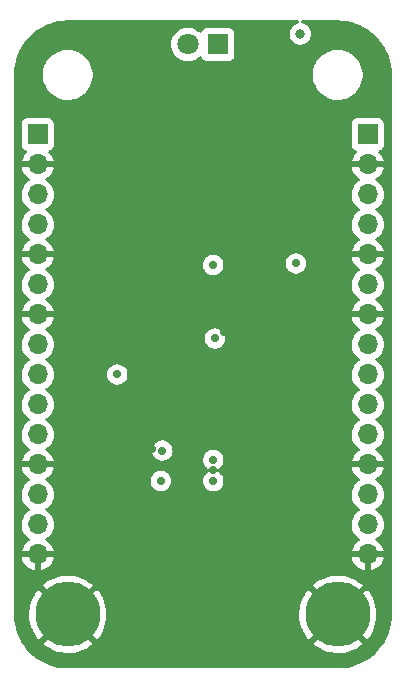
<source format=gbr>
%TF.GenerationSoftware,KiCad,Pcbnew,(6.0.9-0)*%
%TF.CreationDate,2024-11-07T13:56:04+01:00*%
%TF.ProjectId,lfo-board,6c666f2d-626f-4617-9264-2e6b69636164,rev?*%
%TF.SameCoordinates,Original*%
%TF.FileFunction,Copper,L3,Inr*%
%TF.FilePolarity,Positive*%
%FSLAX46Y46*%
G04 Gerber Fmt 4.6, Leading zero omitted, Abs format (unit mm)*
G04 Created by KiCad (PCBNEW (6.0.9-0)) date 2024-11-07 13:56:04*
%MOMM*%
%LPD*%
G01*
G04 APERTURE LIST*
%TA.AperFunction,ComponentPad*%
%ADD10C,5.500000*%
%TD*%
%TA.AperFunction,ComponentPad*%
%ADD11C,1.800000*%
%TD*%
%TA.AperFunction,ComponentPad*%
%ADD12R,1.800000X1.800000*%
%TD*%
%TA.AperFunction,ComponentPad*%
%ADD13O,1.700000X1.700000*%
%TD*%
%TA.AperFunction,ComponentPad*%
%ADD14R,1.700000X1.700000*%
%TD*%
%TA.AperFunction,ViaPad*%
%ADD15C,0.700000*%
%TD*%
%TA.AperFunction,ViaPad*%
%ADD16C,0.800000*%
%TD*%
G04 APERTURE END LIST*
D10*
%TO.N,/GND*%
%TO.C,H1*%
X30480000Y-99060000D03*
%TD*%
D11*
%TO.N,Net-(D2-Pad2)*%
%TO.C,D2*%
X40645000Y-50800000D03*
D12*
%TO.N,Net-(D2-Pad1)*%
X43185000Y-50800000D03*
%TD*%
D10*
%TO.N,/GND*%
%TO.C,H3*%
X53340000Y-99060000D03*
%TD*%
D13*
%TO.N,/GND*%
%TO.C,J2*%
X27940000Y-93980000D03*
%TO.N,/Vdepth*%
X27940000Y-91440000D03*
%TO.N,/Vform*%
X27940000Y-88900000D03*
%TO.N,/GND*%
X27940000Y-86360000D03*
%TO.N,/Vof*%
X27940000Y-83820000D03*
%TO.N,/Vfreq*%
X27940000Y-81280000D03*
%TO.N,/Tap*%
X27940000Y-78740000D03*
%TO.N,/Sync*%
X27940000Y-76200000D03*
%TO.N,/GND*%
X27940000Y-73660000D03*
%TO.N,/Out*%
X27940000Y-71120000D03*
%TO.N,/GND*%
X27940000Y-68580000D03*
%TO.N,/+5V*%
X27940000Y-66040000D03*
%TO.N,/+4.5V*%
X27940000Y-63500000D03*
%TO.N,/GND*%
X27940000Y-60960000D03*
D14*
%TO.N,/+9V*%
X27940000Y-58420000D03*
%TD*%
D13*
%TO.N,/GND*%
%TO.C,J1*%
X55880000Y-93980000D03*
%TO.N,/Vdepth*%
X55880000Y-91440000D03*
%TO.N,/Vform*%
X55880000Y-88900000D03*
%TO.N,/GND*%
X55880000Y-86360000D03*
%TO.N,/Vof*%
X55880000Y-83820000D03*
%TO.N,/Vfreq*%
X55880000Y-81280000D03*
%TO.N,/Tap*%
X55880000Y-78740000D03*
%TO.N,/Sync*%
X55880000Y-76200000D03*
%TO.N,/GND*%
X55880000Y-73660000D03*
%TO.N,/Out*%
X55880000Y-71120000D03*
%TO.N,/GND*%
X55880000Y-68580000D03*
%TO.N,/+5V*%
X55880000Y-66040000D03*
%TO.N,/+4.5V*%
X55880000Y-63500000D03*
%TO.N,/GND*%
X55880000Y-60960000D03*
D14*
%TO.N,/+9V*%
X55880000Y-58420000D03*
%TD*%
D15*
%TO.N,Net-(C3-Pad2)*%
X42799000Y-69469000D03*
X49784000Y-69342000D03*
%TO.N,/GND*%
X41402000Y-64389000D03*
X36703000Y-55626000D03*
X37592000Y-85090000D03*
X43688000Y-75184000D03*
X40005000Y-72517000D03*
X35335500Y-86868000D03*
X42799000Y-86868000D03*
X34671000Y-80010000D03*
X32044500Y-62824500D03*
X45466000Y-56896000D03*
X31369000Y-77216000D03*
X39116000Y-75184000D03*
X33441500Y-62824500D03*
X37211000Y-87757000D03*
X51435000Y-65240500D03*
X32512000Y-68199000D03*
X43180000Y-59309000D03*
X38481000Y-72517000D03*
X50800000Y-75311000D03*
X47879000Y-62484000D03*
%TO.N,/+4.5V*%
X38354000Y-87757000D03*
X42799000Y-85968497D03*
D16*
X50165000Y-49911000D03*
D15*
X38487160Y-85178279D03*
X42799000Y-87767503D03*
%TO.N,/Sync*%
X42926000Y-75692000D03*
%TO.N,/Tap*%
X34671000Y-78740000D03*
%TD*%
%TA.AperFunction,Conductor*%
%TO.N,/GND*%
G36*
X50039706Y-48788502D02*
G01*
X50086199Y-48842158D01*
X50096303Y-48912432D01*
X50066809Y-48977012D01*
X50007083Y-49015396D01*
X49997783Y-49017747D01*
X49882712Y-49042206D01*
X49876682Y-49044891D01*
X49876681Y-49044891D01*
X49714278Y-49117197D01*
X49714276Y-49117198D01*
X49708248Y-49119882D01*
X49553747Y-49232134D01*
X49425960Y-49374056D01*
X49330473Y-49539444D01*
X49271458Y-49721072D01*
X49270768Y-49727633D01*
X49270768Y-49727635D01*
X49258775Y-49841743D01*
X49251496Y-49911000D01*
X49252186Y-49917565D01*
X49266382Y-50052628D01*
X49271458Y-50100928D01*
X49330473Y-50282556D01*
X49333776Y-50288278D01*
X49333777Y-50288279D01*
X49350333Y-50316954D01*
X49425960Y-50447944D01*
X49430378Y-50452851D01*
X49430379Y-50452852D01*
X49549325Y-50584955D01*
X49553747Y-50589866D01*
X49708248Y-50702118D01*
X49714276Y-50704802D01*
X49714278Y-50704803D01*
X49839008Y-50760336D01*
X49882712Y-50779794D01*
X49976112Y-50799647D01*
X50063056Y-50818128D01*
X50063061Y-50818128D01*
X50069513Y-50819500D01*
X50260487Y-50819500D01*
X50266939Y-50818128D01*
X50266944Y-50818128D01*
X50353887Y-50799647D01*
X50447288Y-50779794D01*
X50490992Y-50760336D01*
X50615722Y-50704803D01*
X50615724Y-50704802D01*
X50621752Y-50702118D01*
X50776253Y-50589866D01*
X50780675Y-50584955D01*
X50899621Y-50452852D01*
X50899622Y-50452851D01*
X50904040Y-50447944D01*
X50979667Y-50316954D01*
X50996223Y-50288279D01*
X50996224Y-50288278D01*
X50999527Y-50282556D01*
X51058542Y-50100928D01*
X51063619Y-50052628D01*
X51077814Y-49917565D01*
X51078504Y-49911000D01*
X51071225Y-49841743D01*
X51059232Y-49727635D01*
X51059232Y-49727633D01*
X51058542Y-49721072D01*
X50999527Y-49539444D01*
X50904040Y-49374056D01*
X50776253Y-49232134D01*
X50621752Y-49119882D01*
X50615724Y-49117198D01*
X50615722Y-49117197D01*
X50453319Y-49044891D01*
X50453318Y-49044891D01*
X50447288Y-49042206D01*
X50332218Y-49017747D01*
X50269745Y-48984018D01*
X50235423Y-48921869D01*
X50240151Y-48851030D01*
X50282427Y-48793992D01*
X50348828Y-48768865D01*
X50358415Y-48768500D01*
X53290633Y-48768500D01*
X53310018Y-48770000D01*
X53324851Y-48772310D01*
X53324855Y-48772310D01*
X53333724Y-48773691D01*
X53354183Y-48771016D01*
X53376008Y-48770072D01*
X53732937Y-48785656D01*
X53743886Y-48786614D01*
X54128379Y-48837233D01*
X54139205Y-48839142D01*
X54517822Y-48923080D01*
X54528439Y-48925925D01*
X54690467Y-48977012D01*
X54898302Y-49042542D01*
X54908615Y-49046295D01*
X55266932Y-49194715D01*
X55276876Y-49199353D01*
X55603050Y-49369148D01*
X55620867Y-49378423D01*
X55630387Y-49383919D01*
X55957468Y-49592292D01*
X55966472Y-49598597D01*
X56274138Y-49834678D01*
X56282558Y-49841743D01*
X56350975Y-49904435D01*
X56566470Y-50101899D01*
X56568483Y-50103744D01*
X56576256Y-50111517D01*
X56838257Y-50397442D01*
X56845322Y-50405862D01*
X57081403Y-50713528D01*
X57087708Y-50722532D01*
X57259078Y-50991529D01*
X57296081Y-51049613D01*
X57301576Y-51059132D01*
X57450743Y-51345677D01*
X57480643Y-51403115D01*
X57485285Y-51413068D01*
X57633702Y-51771377D01*
X57637458Y-51781698D01*
X57658522Y-51848503D01*
X57754075Y-52151561D01*
X57756920Y-52162178D01*
X57840858Y-52540795D01*
X57842767Y-52551621D01*
X57893386Y-52936114D01*
X57894344Y-52947063D01*
X57906133Y-53217066D01*
X57909603Y-53296552D01*
X57908223Y-53321429D01*
X57906309Y-53333724D01*
X57907473Y-53342626D01*
X57907473Y-53342628D01*
X57910436Y-53365283D01*
X57911500Y-53381621D01*
X57911500Y-99010633D01*
X57910000Y-99030018D01*
X57907690Y-99044851D01*
X57907690Y-99044855D01*
X57906309Y-99053724D01*
X57908984Y-99074183D01*
X57909928Y-99096008D01*
X57895590Y-99424408D01*
X57894344Y-99452936D01*
X57893386Y-99463886D01*
X57842767Y-99848379D01*
X57840858Y-99859205D01*
X57756920Y-100237822D01*
X57754075Y-100248439D01*
X57637461Y-100618294D01*
X57633702Y-100628623D01*
X57485289Y-100986923D01*
X57480647Y-100996876D01*
X57389591Y-101171794D01*
X57301577Y-101340867D01*
X57296081Y-101350387D01*
X57087708Y-101677468D01*
X57081403Y-101686472D01*
X56845322Y-101994138D01*
X56838257Y-102002558D01*
X56576256Y-102288483D01*
X56568483Y-102296256D01*
X56282558Y-102558257D01*
X56274138Y-102565322D01*
X55966472Y-102801403D01*
X55957468Y-102807708D01*
X55630387Y-103016081D01*
X55620868Y-103021576D01*
X55276876Y-103200647D01*
X55266932Y-103205285D01*
X54908615Y-103353705D01*
X54898302Y-103357458D01*
X54698702Y-103420392D01*
X54528439Y-103474075D01*
X54517822Y-103476920D01*
X54139205Y-103560858D01*
X54128379Y-103562767D01*
X53743886Y-103613386D01*
X53732937Y-103614344D01*
X53383446Y-103629603D01*
X53358571Y-103628223D01*
X53346276Y-103626309D01*
X53337374Y-103627473D01*
X53337372Y-103627473D01*
X53322323Y-103629441D01*
X53314714Y-103630436D01*
X53298379Y-103631500D01*
X30529367Y-103631500D01*
X30509982Y-103630000D01*
X30495149Y-103627690D01*
X30495145Y-103627690D01*
X30486276Y-103626309D01*
X30465817Y-103628984D01*
X30443992Y-103629928D01*
X30087063Y-103614344D01*
X30076114Y-103613386D01*
X29691621Y-103562767D01*
X29680795Y-103560858D01*
X29302178Y-103476920D01*
X29291561Y-103474075D01*
X29121298Y-103420392D01*
X28921698Y-103357458D01*
X28911385Y-103353705D01*
X28553068Y-103205285D01*
X28543124Y-103200647D01*
X28199132Y-103021576D01*
X28189613Y-103016081D01*
X27862532Y-102807708D01*
X27853528Y-102801403D01*
X27545862Y-102565322D01*
X27537442Y-102558257D01*
X27251517Y-102296256D01*
X27243744Y-102288483D01*
X26981743Y-102002558D01*
X26974678Y-101994138D01*
X26738597Y-101686472D01*
X26732292Y-101677468D01*
X26644326Y-101539389D01*
X28365541Y-101539389D01*
X28373678Y-101550395D01*
X28633938Y-101750099D01*
X28639537Y-101753933D01*
X28935261Y-101933736D01*
X28941251Y-101936948D01*
X29254657Y-102083758D01*
X29260961Y-102086305D01*
X29588384Y-102198406D01*
X29594935Y-102200260D01*
X29932539Y-102276342D01*
X29939258Y-102277479D01*
X30283113Y-102316657D01*
X30289903Y-102317060D01*
X30635973Y-102318872D01*
X30642774Y-102318540D01*
X30987020Y-102282966D01*
X30993748Y-102281900D01*
X31332144Y-102209353D01*
X31338693Y-102207574D01*
X31667278Y-102098905D01*
X31673620Y-102096419D01*
X31988523Y-101952910D01*
X31994577Y-101949745D01*
X32292128Y-101773073D01*
X32297809Y-101769270D01*
X32574547Y-101561489D01*
X32579771Y-101557105D01*
X32586238Y-101551053D01*
X32593118Y-101539389D01*
X51225541Y-101539389D01*
X51233678Y-101550395D01*
X51493938Y-101750099D01*
X51499537Y-101753933D01*
X51795261Y-101933736D01*
X51801251Y-101936948D01*
X52114657Y-102083758D01*
X52120961Y-102086305D01*
X52448384Y-102198406D01*
X52454935Y-102200260D01*
X52792539Y-102276342D01*
X52799258Y-102277479D01*
X53143113Y-102316657D01*
X53149903Y-102317060D01*
X53495973Y-102318872D01*
X53502774Y-102318540D01*
X53847020Y-102282966D01*
X53853748Y-102281900D01*
X54192144Y-102209353D01*
X54198693Y-102207574D01*
X54527278Y-102098905D01*
X54533620Y-102096419D01*
X54848523Y-101952910D01*
X54854577Y-101949745D01*
X55152128Y-101773073D01*
X55157809Y-101769270D01*
X55434547Y-101561489D01*
X55439771Y-101557105D01*
X55446238Y-101551053D01*
X55454307Y-101537373D01*
X55454280Y-101536649D01*
X55449136Y-101528346D01*
X53352812Y-99432022D01*
X53338868Y-99424408D01*
X53337035Y-99424539D01*
X53330420Y-99428790D01*
X51232422Y-101526788D01*
X51225541Y-101539389D01*
X32593118Y-101539389D01*
X32594307Y-101537373D01*
X32594280Y-101536649D01*
X32589136Y-101528346D01*
X30492812Y-99432022D01*
X30478868Y-99424408D01*
X30477035Y-99424539D01*
X30470420Y-99428790D01*
X28372422Y-101526788D01*
X28365541Y-101539389D01*
X26644326Y-101539389D01*
X26523919Y-101350387D01*
X26518423Y-101340867D01*
X26430409Y-101171794D01*
X26339353Y-100996876D01*
X26334711Y-100986923D01*
X26186298Y-100628623D01*
X26182539Y-100618294D01*
X26065925Y-100248439D01*
X26063080Y-100237822D01*
X25979142Y-99859205D01*
X25977233Y-99848379D01*
X25926614Y-99463886D01*
X25925656Y-99452936D01*
X25910561Y-99107208D01*
X25912188Y-99080805D01*
X25912769Y-99077352D01*
X25912770Y-99077345D01*
X25913576Y-99072552D01*
X25913729Y-99060000D01*
X25912584Y-99052007D01*
X27217407Y-99052007D01*
X27234917Y-99397659D01*
X27235627Y-99404415D01*
X27290363Y-99746141D01*
X27291802Y-99752796D01*
X27383122Y-100086604D01*
X27385271Y-100093065D01*
X27512110Y-100415067D01*
X27514941Y-100421250D01*
X27675815Y-100727670D01*
X27679298Y-100733513D01*
X27872321Y-101020761D01*
X27876424Y-101026205D01*
X27991911Y-101163351D01*
X28004650Y-101171794D01*
X28015094Y-101165696D01*
X30107978Y-99072812D01*
X30114356Y-99061132D01*
X30844408Y-99061132D01*
X30844539Y-99062965D01*
X30848790Y-99069580D01*
X32943553Y-101164343D01*
X32957150Y-101171768D01*
X32966761Y-101165068D01*
X33062845Y-101053360D01*
X33067003Y-101047960D01*
X33263023Y-100762751D01*
X33266570Y-100756940D01*
X33430634Y-100452238D01*
X33433541Y-100446060D01*
X33563744Y-100125411D01*
X33565958Y-100118981D01*
X33660769Y-99786143D01*
X33662276Y-99779513D01*
X33720590Y-99438362D01*
X33721370Y-99431622D01*
X33742595Y-99084576D01*
X33742711Y-99080973D01*
X33742779Y-99061819D01*
X33742687Y-99058194D01*
X33742352Y-99052007D01*
X50077407Y-99052007D01*
X50094917Y-99397659D01*
X50095627Y-99404415D01*
X50150363Y-99746141D01*
X50151802Y-99752796D01*
X50243122Y-100086604D01*
X50245271Y-100093065D01*
X50372110Y-100415067D01*
X50374941Y-100421250D01*
X50535815Y-100727670D01*
X50539298Y-100733513D01*
X50732321Y-101020761D01*
X50736424Y-101026205D01*
X50851911Y-101163351D01*
X50864650Y-101171794D01*
X50875094Y-101165696D01*
X52967978Y-99072812D01*
X52974356Y-99061132D01*
X53704408Y-99061132D01*
X53704539Y-99062965D01*
X53708790Y-99069580D01*
X55803553Y-101164343D01*
X55817150Y-101171768D01*
X55826761Y-101165068D01*
X55922845Y-101053360D01*
X55927003Y-101047960D01*
X56123023Y-100762751D01*
X56126570Y-100756940D01*
X56290634Y-100452238D01*
X56293541Y-100446060D01*
X56423744Y-100125411D01*
X56425958Y-100118981D01*
X56520769Y-99786143D01*
X56522276Y-99779513D01*
X56580590Y-99438362D01*
X56581370Y-99431622D01*
X56602595Y-99084576D01*
X56602711Y-99080973D01*
X56602779Y-99061819D01*
X56602687Y-99058194D01*
X56583885Y-98711023D01*
X56583150Y-98704257D01*
X56527224Y-98362738D01*
X56525757Y-98356066D01*
X56433278Y-98022597D01*
X56431104Y-98016134D01*
X56303143Y-97694583D01*
X56300290Y-97688409D01*
X56138343Y-97382545D01*
X56134849Y-97376728D01*
X55940813Y-97090140D01*
X55936699Y-97084721D01*
X55828090Y-96956653D01*
X55815265Y-96948217D01*
X55804940Y-96954270D01*
X53712022Y-99047188D01*
X53704408Y-99061132D01*
X52974356Y-99061132D01*
X52975592Y-99058868D01*
X52975461Y-99057035D01*
X52971210Y-99050420D01*
X50876457Y-96955667D01*
X50862920Y-96948275D01*
X50853219Y-96955063D01*
X50750220Y-97075659D01*
X50746066Y-97081092D01*
X50551056Y-97366965D01*
X50547521Y-97372802D01*
X50384518Y-97678080D01*
X50381642Y-97684249D01*
X50252558Y-98005355D01*
X50250365Y-98011795D01*
X50156714Y-98344968D01*
X50155231Y-98351603D01*
X50098112Y-98692936D01*
X50097353Y-98699708D01*
X50077431Y-99045212D01*
X50077407Y-99052007D01*
X33742352Y-99052007D01*
X33723885Y-98711023D01*
X33723150Y-98704257D01*
X33667224Y-98362738D01*
X33665757Y-98356066D01*
X33573278Y-98022597D01*
X33571104Y-98016134D01*
X33443143Y-97694583D01*
X33440290Y-97688409D01*
X33278343Y-97382545D01*
X33274849Y-97376728D01*
X33080813Y-97090140D01*
X33076699Y-97084721D01*
X32968090Y-96956653D01*
X32955265Y-96948217D01*
X32944940Y-96954270D01*
X30852022Y-99047188D01*
X30844408Y-99061132D01*
X30114356Y-99061132D01*
X30115592Y-99058868D01*
X30115461Y-99057035D01*
X30111210Y-99050420D01*
X28016457Y-96955667D01*
X28002920Y-96948275D01*
X27993219Y-96955063D01*
X27890220Y-97075659D01*
X27886066Y-97081092D01*
X27691056Y-97366965D01*
X27687521Y-97372802D01*
X27524518Y-97678080D01*
X27521642Y-97684249D01*
X27392558Y-98005355D01*
X27390365Y-98011795D01*
X27296714Y-98344968D01*
X27295231Y-98351603D01*
X27238112Y-98692936D01*
X27237353Y-98699708D01*
X27217431Y-99045212D01*
X27217407Y-99052007D01*
X25912584Y-99052007D01*
X25909773Y-99032376D01*
X25908500Y-99014514D01*
X25908500Y-96582234D01*
X28365322Y-96582234D01*
X28365357Y-96583075D01*
X28370410Y-96591200D01*
X30467188Y-98687978D01*
X30481132Y-98695592D01*
X30482965Y-98695461D01*
X30489580Y-98691210D01*
X32587431Y-96593359D01*
X32593506Y-96582234D01*
X51225322Y-96582234D01*
X51225357Y-96583075D01*
X51230410Y-96591200D01*
X53327188Y-98687978D01*
X53341132Y-98695592D01*
X53342965Y-98695461D01*
X53349580Y-98691210D01*
X55447431Y-96593359D01*
X55455045Y-96579415D01*
X55454977Y-96578460D01*
X55451024Y-96572482D01*
X55176667Y-96363479D01*
X55171041Y-96359655D01*
X54874706Y-96180894D01*
X54868694Y-96177697D01*
X54554774Y-96031980D01*
X54548474Y-96029460D01*
X54220664Y-95918503D01*
X54214086Y-95916667D01*
X53876237Y-95841768D01*
X53869499Y-95840652D01*
X53525515Y-95802675D01*
X53518735Y-95802296D01*
X53172636Y-95801693D01*
X53165863Y-95802048D01*
X52821726Y-95838825D01*
X52815016Y-95839912D01*
X52476883Y-95913637D01*
X52470308Y-95915448D01*
X52142117Y-96025259D01*
X52135795Y-96027762D01*
X51821388Y-96172373D01*
X51815345Y-96175559D01*
X51518402Y-96353276D01*
X51512756Y-96357085D01*
X51236726Y-96565844D01*
X51233140Y-96568875D01*
X51225322Y-96582234D01*
X32593506Y-96582234D01*
X32595045Y-96579415D01*
X32594977Y-96578460D01*
X32591024Y-96572482D01*
X32316667Y-96363479D01*
X32311041Y-96359655D01*
X32014706Y-96180894D01*
X32008694Y-96177697D01*
X31694774Y-96031980D01*
X31688474Y-96029460D01*
X31360664Y-95918503D01*
X31354086Y-95916667D01*
X31016237Y-95841768D01*
X31009499Y-95840652D01*
X30665515Y-95802675D01*
X30658735Y-95802296D01*
X30312636Y-95801693D01*
X30305863Y-95802048D01*
X29961726Y-95838825D01*
X29955016Y-95839912D01*
X29616883Y-95913637D01*
X29610308Y-95915448D01*
X29282117Y-96025259D01*
X29275795Y-96027762D01*
X28961388Y-96172373D01*
X28955345Y-96175559D01*
X28658402Y-96353276D01*
X28652756Y-96357085D01*
X28376726Y-96565844D01*
X28373140Y-96568875D01*
X28365322Y-96582234D01*
X25908500Y-96582234D01*
X25908500Y-94247966D01*
X26608257Y-94247966D01*
X26638565Y-94382446D01*
X26641645Y-94392275D01*
X26721770Y-94589603D01*
X26726413Y-94598794D01*
X26837694Y-94780388D01*
X26843777Y-94788699D01*
X26983213Y-94949667D01*
X26990580Y-94956883D01*
X27154434Y-95092916D01*
X27162881Y-95098831D01*
X27346756Y-95206279D01*
X27356042Y-95210729D01*
X27555001Y-95286703D01*
X27564899Y-95289579D01*
X27668250Y-95310606D01*
X27682299Y-95309410D01*
X27686000Y-95299065D01*
X27686000Y-95298517D01*
X28194000Y-95298517D01*
X28198064Y-95312359D01*
X28211478Y-95314393D01*
X28218184Y-95313534D01*
X28228262Y-95311392D01*
X28432255Y-95250191D01*
X28441842Y-95246433D01*
X28633095Y-95152739D01*
X28641945Y-95147464D01*
X28815328Y-95023792D01*
X28823200Y-95017139D01*
X28974052Y-94866812D01*
X28980730Y-94858965D01*
X29105003Y-94686020D01*
X29110313Y-94677183D01*
X29204670Y-94486267D01*
X29208469Y-94476672D01*
X29270377Y-94272910D01*
X29272555Y-94262837D01*
X29273986Y-94251962D01*
X29273363Y-94247966D01*
X54548257Y-94247966D01*
X54578565Y-94382446D01*
X54581645Y-94392275D01*
X54661770Y-94589603D01*
X54666413Y-94598794D01*
X54777694Y-94780388D01*
X54783777Y-94788699D01*
X54923213Y-94949667D01*
X54930580Y-94956883D01*
X55094434Y-95092916D01*
X55102881Y-95098831D01*
X55286756Y-95206279D01*
X55296042Y-95210729D01*
X55495001Y-95286703D01*
X55504899Y-95289579D01*
X55608250Y-95310606D01*
X55622299Y-95309410D01*
X55626000Y-95299065D01*
X55626000Y-95298517D01*
X56134000Y-95298517D01*
X56138064Y-95312359D01*
X56151478Y-95314393D01*
X56158184Y-95313534D01*
X56168262Y-95311392D01*
X56372255Y-95250191D01*
X56381842Y-95246433D01*
X56573095Y-95152739D01*
X56581945Y-95147464D01*
X56755328Y-95023792D01*
X56763200Y-95017139D01*
X56914052Y-94866812D01*
X56920730Y-94858965D01*
X57045003Y-94686020D01*
X57050313Y-94677183D01*
X57144670Y-94486267D01*
X57148469Y-94476672D01*
X57210377Y-94272910D01*
X57212555Y-94262837D01*
X57213986Y-94251962D01*
X57211775Y-94237778D01*
X57198617Y-94234000D01*
X56152115Y-94234000D01*
X56136876Y-94238475D01*
X56135671Y-94239865D01*
X56134000Y-94247548D01*
X56134000Y-95298517D01*
X55626000Y-95298517D01*
X55626000Y-94252115D01*
X55621525Y-94236876D01*
X55620135Y-94235671D01*
X55612452Y-94234000D01*
X54563225Y-94234000D01*
X54549694Y-94237973D01*
X54548257Y-94247966D01*
X29273363Y-94247966D01*
X29271775Y-94237778D01*
X29258617Y-94234000D01*
X28212115Y-94234000D01*
X28196876Y-94238475D01*
X28195671Y-94239865D01*
X28194000Y-94247548D01*
X28194000Y-95298517D01*
X27686000Y-95298517D01*
X27686000Y-94252115D01*
X27681525Y-94236876D01*
X27680135Y-94235671D01*
X27672452Y-94234000D01*
X26623225Y-94234000D01*
X26609694Y-94237973D01*
X26608257Y-94247966D01*
X25908500Y-94247966D01*
X25908500Y-91406695D01*
X26577251Y-91406695D01*
X26577548Y-91411848D01*
X26577548Y-91411851D01*
X26583011Y-91506590D01*
X26590110Y-91629715D01*
X26591247Y-91634761D01*
X26591248Y-91634767D01*
X26611119Y-91722939D01*
X26639222Y-91847639D01*
X26723266Y-92054616D01*
X26839987Y-92245088D01*
X26986250Y-92413938D01*
X27158126Y-92556632D01*
X27231955Y-92599774D01*
X27280679Y-92651412D01*
X27293750Y-92721195D01*
X27267019Y-92786967D01*
X27226562Y-92820327D01*
X27218457Y-92824546D01*
X27209738Y-92830036D01*
X27039433Y-92957905D01*
X27031726Y-92964748D01*
X26884590Y-93118717D01*
X26878104Y-93126727D01*
X26758098Y-93302649D01*
X26753000Y-93311623D01*
X26663338Y-93504783D01*
X26659775Y-93514470D01*
X26604389Y-93714183D01*
X26605912Y-93722607D01*
X26618292Y-93726000D01*
X29258344Y-93726000D01*
X29271875Y-93722027D01*
X29273180Y-93712947D01*
X29231214Y-93545875D01*
X29227894Y-93536124D01*
X29142972Y-93340814D01*
X29138105Y-93331739D01*
X29022426Y-93152926D01*
X29016136Y-93144757D01*
X28872806Y-92987240D01*
X28865273Y-92980215D01*
X28698139Y-92848222D01*
X28689556Y-92842520D01*
X28652602Y-92822120D01*
X28602631Y-92771687D01*
X28587859Y-92702245D01*
X28612975Y-92635839D01*
X28640327Y-92609232D01*
X28663797Y-92592491D01*
X28819860Y-92481173D01*
X28978096Y-92323489D01*
X29037594Y-92240689D01*
X29105435Y-92146277D01*
X29108453Y-92142077D01*
X29207430Y-91941811D01*
X29272370Y-91728069D01*
X29301529Y-91506590D01*
X29303156Y-91440000D01*
X29300418Y-91406695D01*
X54517251Y-91406695D01*
X54517548Y-91411848D01*
X54517548Y-91411851D01*
X54523011Y-91506590D01*
X54530110Y-91629715D01*
X54531247Y-91634761D01*
X54531248Y-91634767D01*
X54551119Y-91722939D01*
X54579222Y-91847639D01*
X54663266Y-92054616D01*
X54779987Y-92245088D01*
X54926250Y-92413938D01*
X55098126Y-92556632D01*
X55171955Y-92599774D01*
X55220679Y-92651412D01*
X55233750Y-92721195D01*
X55207019Y-92786967D01*
X55166562Y-92820327D01*
X55158457Y-92824546D01*
X55149738Y-92830036D01*
X54979433Y-92957905D01*
X54971726Y-92964748D01*
X54824590Y-93118717D01*
X54818104Y-93126727D01*
X54698098Y-93302649D01*
X54693000Y-93311623D01*
X54603338Y-93504783D01*
X54599775Y-93514470D01*
X54544389Y-93714183D01*
X54545912Y-93722607D01*
X54558292Y-93726000D01*
X57198344Y-93726000D01*
X57211875Y-93722027D01*
X57213180Y-93712947D01*
X57171214Y-93545875D01*
X57167894Y-93536124D01*
X57082972Y-93340814D01*
X57078105Y-93331739D01*
X56962426Y-93152926D01*
X56956136Y-93144757D01*
X56812806Y-92987240D01*
X56805273Y-92980215D01*
X56638139Y-92848222D01*
X56629556Y-92842520D01*
X56592602Y-92822120D01*
X56542631Y-92771687D01*
X56527859Y-92702245D01*
X56552975Y-92635839D01*
X56580327Y-92609232D01*
X56603797Y-92592491D01*
X56759860Y-92481173D01*
X56918096Y-92323489D01*
X56977594Y-92240689D01*
X57045435Y-92146277D01*
X57048453Y-92142077D01*
X57147430Y-91941811D01*
X57212370Y-91728069D01*
X57241529Y-91506590D01*
X57243156Y-91440000D01*
X57224852Y-91217361D01*
X57170431Y-91000702D01*
X57081354Y-90795840D01*
X56960014Y-90608277D01*
X56809670Y-90443051D01*
X56805619Y-90439852D01*
X56805615Y-90439848D01*
X56638414Y-90307800D01*
X56638410Y-90307798D01*
X56634359Y-90304598D01*
X56593053Y-90281796D01*
X56543084Y-90231364D01*
X56528312Y-90161921D01*
X56553428Y-90095516D01*
X56580780Y-90068909D01*
X56624603Y-90037650D01*
X56759860Y-89941173D01*
X56918096Y-89783489D01*
X56977594Y-89700689D01*
X57045435Y-89606277D01*
X57048453Y-89602077D01*
X57147430Y-89401811D01*
X57212370Y-89188069D01*
X57241529Y-88966590D01*
X57243156Y-88900000D01*
X57224852Y-88677361D01*
X57170431Y-88460702D01*
X57081354Y-88255840D01*
X56960014Y-88068277D01*
X56809670Y-87903051D01*
X56805619Y-87899852D01*
X56805615Y-87899848D01*
X56638414Y-87767800D01*
X56638410Y-87767798D01*
X56634359Y-87764598D01*
X56592569Y-87741529D01*
X56542598Y-87691097D01*
X56527826Y-87621654D01*
X56552942Y-87555248D01*
X56580294Y-87528641D01*
X56755328Y-87403792D01*
X56763200Y-87397139D01*
X56914052Y-87246812D01*
X56920730Y-87238965D01*
X57045003Y-87066020D01*
X57050313Y-87057183D01*
X57144670Y-86866267D01*
X57148469Y-86856672D01*
X57210377Y-86652910D01*
X57212555Y-86642837D01*
X57213986Y-86631962D01*
X57211775Y-86617778D01*
X57198617Y-86614000D01*
X54563225Y-86614000D01*
X54549694Y-86617973D01*
X54548257Y-86627966D01*
X54578565Y-86762446D01*
X54581645Y-86772275D01*
X54661770Y-86969603D01*
X54666413Y-86978794D01*
X54777694Y-87160388D01*
X54783777Y-87168699D01*
X54923213Y-87329667D01*
X54930580Y-87336883D01*
X55094434Y-87472916D01*
X55102881Y-87478831D01*
X55171969Y-87519203D01*
X55220693Y-87570842D01*
X55233764Y-87640625D01*
X55207033Y-87706396D01*
X55166584Y-87739752D01*
X55153607Y-87746507D01*
X55149474Y-87749610D01*
X55149471Y-87749612D01*
X55125247Y-87767800D01*
X54974965Y-87880635D01*
X54820629Y-88042138D01*
X54694743Y-88226680D01*
X54675016Y-88269178D01*
X54608308Y-88412890D01*
X54600688Y-88429305D01*
X54540989Y-88644570D01*
X54517251Y-88866695D01*
X54517548Y-88871848D01*
X54517548Y-88871851D01*
X54523011Y-88966590D01*
X54530110Y-89089715D01*
X54531247Y-89094761D01*
X54531248Y-89094767D01*
X54551119Y-89182939D01*
X54579222Y-89307639D01*
X54663266Y-89514616D01*
X54779987Y-89705088D01*
X54926250Y-89873938D01*
X55098126Y-90016632D01*
X55168595Y-90057811D01*
X55171445Y-90059476D01*
X55220169Y-90111114D01*
X55233240Y-90180897D01*
X55206509Y-90246669D01*
X55166055Y-90280027D01*
X55153607Y-90286507D01*
X55149474Y-90289610D01*
X55149471Y-90289612D01*
X55125247Y-90307800D01*
X54974965Y-90420635D01*
X54820629Y-90582138D01*
X54694743Y-90766680D01*
X54600688Y-90969305D01*
X54540989Y-91184570D01*
X54517251Y-91406695D01*
X29300418Y-91406695D01*
X29284852Y-91217361D01*
X29230431Y-91000702D01*
X29141354Y-90795840D01*
X29020014Y-90608277D01*
X28869670Y-90443051D01*
X28865619Y-90439852D01*
X28865615Y-90439848D01*
X28698414Y-90307800D01*
X28698410Y-90307798D01*
X28694359Y-90304598D01*
X28653053Y-90281796D01*
X28603084Y-90231364D01*
X28588312Y-90161921D01*
X28613428Y-90095516D01*
X28640780Y-90068909D01*
X28684603Y-90037650D01*
X28819860Y-89941173D01*
X28978096Y-89783489D01*
X29037594Y-89700689D01*
X29105435Y-89606277D01*
X29108453Y-89602077D01*
X29207430Y-89401811D01*
X29272370Y-89188069D01*
X29301529Y-88966590D01*
X29303156Y-88900000D01*
X29284852Y-88677361D01*
X29230431Y-88460702D01*
X29141354Y-88255840D01*
X29020014Y-88068277D01*
X28869670Y-87903051D01*
X28865619Y-87899852D01*
X28865615Y-87899848D01*
X28698414Y-87767800D01*
X28698410Y-87767798D01*
X28694359Y-87764598D01*
X28680595Y-87757000D01*
X37490771Y-87757000D01*
X37509635Y-87936475D01*
X37511675Y-87942753D01*
X37511675Y-87942754D01*
X37515088Y-87953257D01*
X37565401Y-88108107D01*
X37655633Y-88264393D01*
X37776387Y-88398504D01*
X37781729Y-88402385D01*
X37781731Y-88402387D01*
X37917043Y-88500697D01*
X37922385Y-88504578D01*
X37928413Y-88507262D01*
X37928415Y-88507263D01*
X38081217Y-88575295D01*
X38087248Y-88577980D01*
X38175508Y-88596740D01*
X38257311Y-88614128D01*
X38257315Y-88614128D01*
X38263768Y-88615500D01*
X38444232Y-88615500D01*
X38450685Y-88614128D01*
X38450689Y-88614128D01*
X38532492Y-88596740D01*
X38620752Y-88577980D01*
X38626783Y-88575295D01*
X38779585Y-88507263D01*
X38779587Y-88507262D01*
X38785615Y-88504578D01*
X38790957Y-88500697D01*
X38926269Y-88402387D01*
X38926271Y-88402385D01*
X38931613Y-88398504D01*
X39052367Y-88264393D01*
X39142599Y-88108107D01*
X39192912Y-87953257D01*
X39196325Y-87942754D01*
X39196325Y-87942753D01*
X39198365Y-87936475D01*
X39216125Y-87767503D01*
X41935771Y-87767503D01*
X41954635Y-87946978D01*
X42010401Y-88118610D01*
X42100633Y-88274896D01*
X42221387Y-88409007D01*
X42226729Y-88412888D01*
X42226731Y-88412890D01*
X42347587Y-88500697D01*
X42367385Y-88515081D01*
X42373413Y-88517765D01*
X42373415Y-88517766D01*
X42526217Y-88585798D01*
X42532248Y-88588483D01*
X42620508Y-88607243D01*
X42702311Y-88624631D01*
X42702315Y-88624631D01*
X42708768Y-88626003D01*
X42889232Y-88626003D01*
X42895685Y-88624631D01*
X42895689Y-88624631D01*
X42977492Y-88607243D01*
X43065752Y-88588483D01*
X43071783Y-88585798D01*
X43224585Y-88517766D01*
X43224587Y-88517765D01*
X43230615Y-88515081D01*
X43250413Y-88500697D01*
X43371269Y-88412890D01*
X43371271Y-88412888D01*
X43376613Y-88409007D01*
X43497367Y-88274896D01*
X43587599Y-88118610D01*
X43643365Y-87946978D01*
X43662229Y-87767503D01*
X43650576Y-87656638D01*
X43644055Y-87594592D01*
X43644055Y-87594591D01*
X43643365Y-87588028D01*
X43639953Y-87577525D01*
X43589641Y-87422681D01*
X43587599Y-87416396D01*
X43497367Y-87260110D01*
X43485394Y-87246812D01*
X43381035Y-87130910D01*
X43381034Y-87130909D01*
X43376613Y-87125999D01*
X43368917Y-87120407D01*
X43235957Y-87023806D01*
X43235956Y-87023805D01*
X43230615Y-87019925D01*
X43224587Y-87017241D01*
X43224585Y-87017240D01*
X43147921Y-86983107D01*
X43093825Y-86937126D01*
X43073176Y-86869199D01*
X43092529Y-86800891D01*
X43147921Y-86752893D01*
X43224585Y-86718760D01*
X43224587Y-86718759D01*
X43230615Y-86716075D01*
X43317554Y-86652910D01*
X43371269Y-86613884D01*
X43371271Y-86613882D01*
X43376613Y-86610001D01*
X43497367Y-86475890D01*
X43587599Y-86319604D01*
X43643365Y-86147972D01*
X43649149Y-86092947D01*
X43661539Y-85975062D01*
X43662229Y-85968497D01*
X43661539Y-85961932D01*
X43644055Y-85795586D01*
X43644055Y-85795585D01*
X43643365Y-85789022D01*
X43611719Y-85691623D01*
X43589641Y-85623675D01*
X43587599Y-85617390D01*
X43497367Y-85461104D01*
X43376613Y-85326993D01*
X43230615Y-85220919D01*
X43224587Y-85218235D01*
X43224585Y-85218234D01*
X43071783Y-85150202D01*
X43071781Y-85150202D01*
X43065752Y-85147517D01*
X42977492Y-85128757D01*
X42895689Y-85111369D01*
X42895685Y-85111369D01*
X42889232Y-85109997D01*
X42708768Y-85109997D01*
X42702315Y-85111369D01*
X42702311Y-85111369D01*
X42620508Y-85128757D01*
X42532248Y-85147517D01*
X42526219Y-85150201D01*
X42526217Y-85150202D01*
X42373416Y-85218234D01*
X42373414Y-85218235D01*
X42367386Y-85220919D01*
X42362045Y-85224799D01*
X42362044Y-85224800D01*
X42226731Y-85323110D01*
X42226729Y-85323112D01*
X42221387Y-85326993D01*
X42100633Y-85461104D01*
X42010401Y-85617390D01*
X42008359Y-85623675D01*
X41986282Y-85691623D01*
X41954635Y-85789022D01*
X41953945Y-85795585D01*
X41953945Y-85795586D01*
X41936461Y-85961932D01*
X41935771Y-85968497D01*
X41936461Y-85975062D01*
X41948852Y-86092947D01*
X41954635Y-86147972D01*
X42010401Y-86319604D01*
X42100633Y-86475890D01*
X42221387Y-86610001D01*
X42226729Y-86613882D01*
X42226731Y-86613884D01*
X42280446Y-86652910D01*
X42367385Y-86716075D01*
X42373413Y-86718759D01*
X42373415Y-86718760D01*
X42407992Y-86734155D01*
X42450081Y-86752894D01*
X42504176Y-86798873D01*
X42524825Y-86866800D01*
X42505473Y-86935108D01*
X42450080Y-86983107D01*
X42373416Y-87017240D01*
X42373414Y-87017241D01*
X42367386Y-87019925D01*
X42362045Y-87023805D01*
X42362044Y-87023806D01*
X42226731Y-87122116D01*
X42226729Y-87122118D01*
X42221387Y-87125999D01*
X42216966Y-87130909D01*
X42216965Y-87130910D01*
X42112607Y-87246812D01*
X42100633Y-87260110D01*
X42010401Y-87416396D01*
X42008359Y-87422681D01*
X41958048Y-87577525D01*
X41954635Y-87588028D01*
X41953945Y-87594591D01*
X41953945Y-87594592D01*
X41947424Y-87656638D01*
X41935771Y-87767503D01*
X39216125Y-87767503D01*
X39217229Y-87757000D01*
X39198365Y-87577525D01*
X39142599Y-87405893D01*
X39052367Y-87249607D01*
X38931613Y-87115496D01*
X38863516Y-87066020D01*
X38790957Y-87013303D01*
X38790956Y-87013302D01*
X38785615Y-87009422D01*
X38779587Y-87006738D01*
X38779585Y-87006737D01*
X38626783Y-86938705D01*
X38626781Y-86938705D01*
X38620752Y-86936020D01*
X38532492Y-86917260D01*
X38450689Y-86899872D01*
X38450685Y-86899872D01*
X38444232Y-86898500D01*
X38263768Y-86898500D01*
X38257315Y-86899872D01*
X38257311Y-86899872D01*
X38175508Y-86917260D01*
X38087248Y-86936020D01*
X38081219Y-86938704D01*
X38081217Y-86938705D01*
X37928416Y-87006737D01*
X37928414Y-87006738D01*
X37922386Y-87009422D01*
X37917045Y-87013302D01*
X37917044Y-87013303D01*
X37781731Y-87111613D01*
X37781729Y-87111615D01*
X37776387Y-87115496D01*
X37655633Y-87249607D01*
X37565401Y-87405893D01*
X37509635Y-87577525D01*
X37490771Y-87757000D01*
X28680595Y-87757000D01*
X28652569Y-87741529D01*
X28602598Y-87691097D01*
X28587826Y-87621654D01*
X28612942Y-87555248D01*
X28640294Y-87528641D01*
X28815328Y-87403792D01*
X28823200Y-87397139D01*
X28974052Y-87246812D01*
X28980730Y-87238965D01*
X29105003Y-87066020D01*
X29110313Y-87057183D01*
X29204670Y-86866267D01*
X29208469Y-86856672D01*
X29270377Y-86652910D01*
X29272555Y-86642837D01*
X29273986Y-86631962D01*
X29271775Y-86617778D01*
X29258617Y-86614000D01*
X26623225Y-86614000D01*
X26609694Y-86617973D01*
X26608257Y-86627966D01*
X26638565Y-86762446D01*
X26641645Y-86772275D01*
X26721770Y-86969603D01*
X26726413Y-86978794D01*
X26837694Y-87160388D01*
X26843777Y-87168699D01*
X26983213Y-87329667D01*
X26990580Y-87336883D01*
X27154434Y-87472916D01*
X27162881Y-87478831D01*
X27231969Y-87519203D01*
X27280693Y-87570842D01*
X27293764Y-87640625D01*
X27267033Y-87706396D01*
X27226584Y-87739752D01*
X27213607Y-87746507D01*
X27209474Y-87749610D01*
X27209471Y-87749612D01*
X27185247Y-87767800D01*
X27034965Y-87880635D01*
X26880629Y-88042138D01*
X26754743Y-88226680D01*
X26735016Y-88269178D01*
X26668308Y-88412890D01*
X26660688Y-88429305D01*
X26600989Y-88644570D01*
X26577251Y-88866695D01*
X26577548Y-88871848D01*
X26577548Y-88871851D01*
X26583011Y-88966590D01*
X26590110Y-89089715D01*
X26591247Y-89094761D01*
X26591248Y-89094767D01*
X26611119Y-89182939D01*
X26639222Y-89307639D01*
X26723266Y-89514616D01*
X26839987Y-89705088D01*
X26986250Y-89873938D01*
X27158126Y-90016632D01*
X27228595Y-90057811D01*
X27231445Y-90059476D01*
X27280169Y-90111114D01*
X27293240Y-90180897D01*
X27266509Y-90246669D01*
X27226055Y-90280027D01*
X27213607Y-90286507D01*
X27209474Y-90289610D01*
X27209471Y-90289612D01*
X27185247Y-90307800D01*
X27034965Y-90420635D01*
X26880629Y-90582138D01*
X26754743Y-90766680D01*
X26660688Y-90969305D01*
X26600989Y-91184570D01*
X26577251Y-91406695D01*
X25908500Y-91406695D01*
X25908500Y-83786695D01*
X26577251Y-83786695D01*
X26577548Y-83791848D01*
X26577548Y-83791851D01*
X26583011Y-83886590D01*
X26590110Y-84009715D01*
X26591247Y-84014761D01*
X26591248Y-84014767D01*
X26611119Y-84102939D01*
X26639222Y-84227639D01*
X26723266Y-84434616D01*
X26839987Y-84625088D01*
X26986250Y-84793938D01*
X27158126Y-84936632D01*
X27231955Y-84979774D01*
X27280679Y-85031412D01*
X27293750Y-85101195D01*
X27267019Y-85166967D01*
X27226562Y-85200327D01*
X27218457Y-85204546D01*
X27209738Y-85210036D01*
X27039433Y-85337905D01*
X27031726Y-85344748D01*
X26884590Y-85498717D01*
X26878104Y-85506727D01*
X26758098Y-85682649D01*
X26753000Y-85691623D01*
X26663338Y-85884783D01*
X26659775Y-85894470D01*
X26604389Y-86094183D01*
X26605912Y-86102607D01*
X26618292Y-86106000D01*
X29258344Y-86106000D01*
X29271875Y-86102027D01*
X29273180Y-86092947D01*
X29231214Y-85925875D01*
X29227894Y-85916124D01*
X29142972Y-85720814D01*
X29138105Y-85711739D01*
X29022426Y-85532926D01*
X29016136Y-85524757D01*
X28872806Y-85367240D01*
X28865273Y-85360215D01*
X28698139Y-85228222D01*
X28689556Y-85222520D01*
X28652602Y-85202120D01*
X28628979Y-85178279D01*
X37623931Y-85178279D01*
X37624621Y-85184844D01*
X37628131Y-85218234D01*
X37642795Y-85357754D01*
X37698561Y-85529386D01*
X37788793Y-85685672D01*
X37909547Y-85819783D01*
X37914889Y-85823664D01*
X37914891Y-85823666D01*
X38050203Y-85921976D01*
X38055545Y-85925857D01*
X38061573Y-85928541D01*
X38061575Y-85928542D01*
X38214377Y-85996574D01*
X38220408Y-85999259D01*
X38308668Y-86018019D01*
X38390471Y-86035407D01*
X38390475Y-86035407D01*
X38396928Y-86036779D01*
X38577392Y-86036779D01*
X38583845Y-86035407D01*
X38583849Y-86035407D01*
X38665652Y-86018019D01*
X38753912Y-85999259D01*
X38759943Y-85996574D01*
X38912745Y-85928542D01*
X38912747Y-85928541D01*
X38918775Y-85925857D01*
X38924117Y-85921976D01*
X39059429Y-85823666D01*
X39059431Y-85823664D01*
X39064773Y-85819783D01*
X39185527Y-85685672D01*
X39275759Y-85529386D01*
X39331525Y-85357754D01*
X39346190Y-85218234D01*
X39349699Y-85184844D01*
X39350389Y-85178279D01*
X39342287Y-85101195D01*
X39332215Y-85005368D01*
X39332215Y-85005367D01*
X39331525Y-84998804D01*
X39310251Y-84933327D01*
X39277801Y-84833457D01*
X39275759Y-84827172D01*
X39185527Y-84670886D01*
X39140330Y-84620689D01*
X39069195Y-84541686D01*
X39069194Y-84541685D01*
X39064773Y-84536775D01*
X38918775Y-84430701D01*
X38912747Y-84428017D01*
X38912745Y-84428016D01*
X38759943Y-84359984D01*
X38759941Y-84359984D01*
X38753912Y-84357299D01*
X38665652Y-84338539D01*
X38583849Y-84321151D01*
X38583845Y-84321151D01*
X38577392Y-84319779D01*
X38396928Y-84319779D01*
X38390475Y-84321151D01*
X38390471Y-84321151D01*
X38308668Y-84338539D01*
X38220408Y-84357299D01*
X38214379Y-84359983D01*
X38214377Y-84359984D01*
X38061576Y-84428016D01*
X38061574Y-84428017D01*
X38055546Y-84430701D01*
X38050205Y-84434581D01*
X38050204Y-84434582D01*
X37914891Y-84532892D01*
X37914889Y-84532894D01*
X37909547Y-84536775D01*
X37905126Y-84541685D01*
X37905125Y-84541686D01*
X37833991Y-84620689D01*
X37788793Y-84670886D01*
X37698561Y-84827172D01*
X37696519Y-84833457D01*
X37664070Y-84933327D01*
X37642795Y-84998804D01*
X37642105Y-85005367D01*
X37642105Y-85005368D01*
X37632033Y-85101195D01*
X37623931Y-85178279D01*
X28628979Y-85178279D01*
X28602631Y-85151687D01*
X28587859Y-85082245D01*
X28612975Y-85015839D01*
X28640327Y-84989232D01*
X28663797Y-84972491D01*
X28819860Y-84861173D01*
X28978096Y-84703489D01*
X29001524Y-84670886D01*
X29105435Y-84526277D01*
X29108453Y-84522077D01*
X29151696Y-84434582D01*
X29205136Y-84326453D01*
X29205137Y-84326451D01*
X29207430Y-84321811D01*
X29272370Y-84108069D01*
X29301529Y-83886590D01*
X29303156Y-83820000D01*
X29300418Y-83786695D01*
X54517251Y-83786695D01*
X54517548Y-83791848D01*
X54517548Y-83791851D01*
X54523011Y-83886590D01*
X54530110Y-84009715D01*
X54531247Y-84014761D01*
X54531248Y-84014767D01*
X54551119Y-84102939D01*
X54579222Y-84227639D01*
X54663266Y-84434616D01*
X54779987Y-84625088D01*
X54926250Y-84793938D01*
X55098126Y-84936632D01*
X55171955Y-84979774D01*
X55220679Y-85031412D01*
X55233750Y-85101195D01*
X55207019Y-85166967D01*
X55166562Y-85200327D01*
X55158457Y-85204546D01*
X55149738Y-85210036D01*
X54979433Y-85337905D01*
X54971726Y-85344748D01*
X54824590Y-85498717D01*
X54818104Y-85506727D01*
X54698098Y-85682649D01*
X54693000Y-85691623D01*
X54603338Y-85884783D01*
X54599775Y-85894470D01*
X54544389Y-86094183D01*
X54545912Y-86102607D01*
X54558292Y-86106000D01*
X57198344Y-86106000D01*
X57211875Y-86102027D01*
X57213180Y-86092947D01*
X57171214Y-85925875D01*
X57167894Y-85916124D01*
X57082972Y-85720814D01*
X57078105Y-85711739D01*
X56962426Y-85532926D01*
X56956136Y-85524757D01*
X56812806Y-85367240D01*
X56805273Y-85360215D01*
X56638139Y-85228222D01*
X56629556Y-85222520D01*
X56592602Y-85202120D01*
X56542631Y-85151687D01*
X56527859Y-85082245D01*
X56552975Y-85015839D01*
X56580327Y-84989232D01*
X56603797Y-84972491D01*
X56759860Y-84861173D01*
X56918096Y-84703489D01*
X56941524Y-84670886D01*
X57045435Y-84526277D01*
X57048453Y-84522077D01*
X57091696Y-84434582D01*
X57145136Y-84326453D01*
X57145137Y-84326451D01*
X57147430Y-84321811D01*
X57212370Y-84108069D01*
X57241529Y-83886590D01*
X57243156Y-83820000D01*
X57224852Y-83597361D01*
X57170431Y-83380702D01*
X57081354Y-83175840D01*
X56960014Y-82988277D01*
X56809670Y-82823051D01*
X56805619Y-82819852D01*
X56805615Y-82819848D01*
X56638414Y-82687800D01*
X56638410Y-82687798D01*
X56634359Y-82684598D01*
X56593053Y-82661796D01*
X56543084Y-82611364D01*
X56528312Y-82541921D01*
X56553428Y-82475516D01*
X56580780Y-82448909D01*
X56624603Y-82417650D01*
X56759860Y-82321173D01*
X56918096Y-82163489D01*
X56977594Y-82080689D01*
X57045435Y-81986277D01*
X57048453Y-81982077D01*
X57147430Y-81781811D01*
X57212370Y-81568069D01*
X57241529Y-81346590D01*
X57243156Y-81280000D01*
X57224852Y-81057361D01*
X57170431Y-80840702D01*
X57081354Y-80635840D01*
X56960014Y-80448277D01*
X56809670Y-80283051D01*
X56805619Y-80279852D01*
X56805615Y-80279848D01*
X56638414Y-80147800D01*
X56638410Y-80147798D01*
X56634359Y-80144598D01*
X56593053Y-80121796D01*
X56543084Y-80071364D01*
X56528312Y-80001921D01*
X56553428Y-79935516D01*
X56580780Y-79908909D01*
X56624603Y-79877650D01*
X56759860Y-79781173D01*
X56918096Y-79623489D01*
X56977594Y-79540689D01*
X57045435Y-79446277D01*
X57048453Y-79442077D01*
X57147430Y-79241811D01*
X57212370Y-79028069D01*
X57241529Y-78806590D01*
X57243156Y-78740000D01*
X57224852Y-78517361D01*
X57170431Y-78300702D01*
X57081354Y-78095840D01*
X56966964Y-77919020D01*
X56962822Y-77912617D01*
X56962820Y-77912614D01*
X56960014Y-77908277D01*
X56809670Y-77743051D01*
X56805619Y-77739852D01*
X56805615Y-77739848D01*
X56638414Y-77607800D01*
X56638410Y-77607798D01*
X56634359Y-77604598D01*
X56593053Y-77581796D01*
X56543084Y-77531364D01*
X56528312Y-77461921D01*
X56553428Y-77395516D01*
X56580780Y-77368909D01*
X56624603Y-77337650D01*
X56759860Y-77241173D01*
X56918096Y-77083489D01*
X56977594Y-77000689D01*
X57045435Y-76906277D01*
X57048453Y-76902077D01*
X57147430Y-76701811D01*
X57204385Y-76514352D01*
X57210865Y-76493023D01*
X57210865Y-76493021D01*
X57212370Y-76488069D01*
X57241529Y-76266590D01*
X57243156Y-76200000D01*
X57224852Y-75977361D01*
X57170431Y-75760702D01*
X57081354Y-75555840D01*
X56960014Y-75368277D01*
X56809670Y-75203051D01*
X56805619Y-75199852D01*
X56805615Y-75199848D01*
X56638414Y-75067800D01*
X56638410Y-75067798D01*
X56634359Y-75064598D01*
X56617710Y-75055407D01*
X56592569Y-75041529D01*
X56542598Y-74991097D01*
X56527826Y-74921654D01*
X56552942Y-74855248D01*
X56580294Y-74828641D01*
X56755328Y-74703792D01*
X56763200Y-74697139D01*
X56914052Y-74546812D01*
X56920730Y-74538965D01*
X57045003Y-74366020D01*
X57050313Y-74357183D01*
X57144670Y-74166267D01*
X57148469Y-74156672D01*
X57210377Y-73952910D01*
X57212555Y-73942837D01*
X57213986Y-73931962D01*
X57211775Y-73917778D01*
X57198617Y-73914000D01*
X54563225Y-73914000D01*
X54549694Y-73917973D01*
X54548257Y-73927966D01*
X54578565Y-74062446D01*
X54581645Y-74072275D01*
X54661770Y-74269603D01*
X54666413Y-74278794D01*
X54777694Y-74460388D01*
X54783777Y-74468699D01*
X54923213Y-74629667D01*
X54930580Y-74636883D01*
X55094434Y-74772916D01*
X55102881Y-74778831D01*
X55171969Y-74819203D01*
X55220693Y-74870842D01*
X55233764Y-74940625D01*
X55207033Y-75006396D01*
X55166584Y-75039752D01*
X55153607Y-75046507D01*
X55149474Y-75049610D01*
X55149471Y-75049612D01*
X55125247Y-75067800D01*
X54974965Y-75180635D01*
X54820629Y-75342138D01*
X54694743Y-75526680D01*
X54679003Y-75560590D01*
X54621052Y-75685435D01*
X54600688Y-75729305D01*
X54540989Y-75944570D01*
X54517251Y-76166695D01*
X54517548Y-76171848D01*
X54517548Y-76171851D01*
X54523011Y-76266590D01*
X54530110Y-76389715D01*
X54531247Y-76394761D01*
X54531248Y-76394767D01*
X54541347Y-76439578D01*
X54579222Y-76607639D01*
X54663266Y-76814616D01*
X54779987Y-77005088D01*
X54926250Y-77173938D01*
X55098126Y-77316632D01*
X55168595Y-77357811D01*
X55171445Y-77359476D01*
X55220169Y-77411114D01*
X55233240Y-77480897D01*
X55206509Y-77546669D01*
X55166055Y-77580027D01*
X55153607Y-77586507D01*
X55149474Y-77589610D01*
X55149471Y-77589612D01*
X55125247Y-77607800D01*
X54974965Y-77720635D01*
X54820629Y-77882138D01*
X54694743Y-78066680D01*
X54679975Y-78098496D01*
X54617723Y-78232607D01*
X54600688Y-78269305D01*
X54540989Y-78484570D01*
X54517251Y-78706695D01*
X54517548Y-78711848D01*
X54517548Y-78711851D01*
X54523011Y-78806590D01*
X54530110Y-78929715D01*
X54531247Y-78934761D01*
X54531248Y-78934767D01*
X54551119Y-79022939D01*
X54579222Y-79147639D01*
X54663266Y-79354616D01*
X54779987Y-79545088D01*
X54926250Y-79713938D01*
X55098126Y-79856632D01*
X55168595Y-79897811D01*
X55171445Y-79899476D01*
X55220169Y-79951114D01*
X55233240Y-80020897D01*
X55206509Y-80086669D01*
X55166055Y-80120027D01*
X55153607Y-80126507D01*
X55149474Y-80129610D01*
X55149471Y-80129612D01*
X55125247Y-80147800D01*
X54974965Y-80260635D01*
X54820629Y-80422138D01*
X54694743Y-80606680D01*
X54600688Y-80809305D01*
X54540989Y-81024570D01*
X54517251Y-81246695D01*
X54517548Y-81251848D01*
X54517548Y-81251851D01*
X54523011Y-81346590D01*
X54530110Y-81469715D01*
X54531247Y-81474761D01*
X54531248Y-81474767D01*
X54551119Y-81562939D01*
X54579222Y-81687639D01*
X54663266Y-81894616D01*
X54779987Y-82085088D01*
X54926250Y-82253938D01*
X55098126Y-82396632D01*
X55168595Y-82437811D01*
X55171445Y-82439476D01*
X55220169Y-82491114D01*
X55233240Y-82560897D01*
X55206509Y-82626669D01*
X55166055Y-82660027D01*
X55153607Y-82666507D01*
X55149474Y-82669610D01*
X55149471Y-82669612D01*
X55125247Y-82687800D01*
X54974965Y-82800635D01*
X54820629Y-82962138D01*
X54694743Y-83146680D01*
X54600688Y-83349305D01*
X54540989Y-83564570D01*
X54517251Y-83786695D01*
X29300418Y-83786695D01*
X29284852Y-83597361D01*
X29230431Y-83380702D01*
X29141354Y-83175840D01*
X29020014Y-82988277D01*
X28869670Y-82823051D01*
X28865619Y-82819852D01*
X28865615Y-82819848D01*
X28698414Y-82687800D01*
X28698410Y-82687798D01*
X28694359Y-82684598D01*
X28653053Y-82661796D01*
X28603084Y-82611364D01*
X28588312Y-82541921D01*
X28613428Y-82475516D01*
X28640780Y-82448909D01*
X28684603Y-82417650D01*
X28819860Y-82321173D01*
X28978096Y-82163489D01*
X29037594Y-82080689D01*
X29105435Y-81986277D01*
X29108453Y-81982077D01*
X29207430Y-81781811D01*
X29272370Y-81568069D01*
X29301529Y-81346590D01*
X29303156Y-81280000D01*
X29284852Y-81057361D01*
X29230431Y-80840702D01*
X29141354Y-80635840D01*
X29020014Y-80448277D01*
X28869670Y-80283051D01*
X28865619Y-80279852D01*
X28865615Y-80279848D01*
X28698414Y-80147800D01*
X28698410Y-80147798D01*
X28694359Y-80144598D01*
X28653053Y-80121796D01*
X28603084Y-80071364D01*
X28588312Y-80001921D01*
X28613428Y-79935516D01*
X28640780Y-79908909D01*
X28684603Y-79877650D01*
X28819860Y-79781173D01*
X28978096Y-79623489D01*
X29037594Y-79540689D01*
X29105435Y-79446277D01*
X29108453Y-79442077D01*
X29207430Y-79241811D01*
X29272370Y-79028069D01*
X29301529Y-78806590D01*
X29303156Y-78740000D01*
X33807771Y-78740000D01*
X33826635Y-78919475D01*
X33828675Y-78925753D01*
X33828675Y-78925754D01*
X33859825Y-79021625D01*
X33882401Y-79091107D01*
X33972633Y-79247393D01*
X34093387Y-79381504D01*
X34239385Y-79487578D01*
X34245413Y-79490262D01*
X34245415Y-79490263D01*
X34368554Y-79545088D01*
X34404248Y-79560980D01*
X34492508Y-79579740D01*
X34574311Y-79597128D01*
X34574315Y-79597128D01*
X34580768Y-79598500D01*
X34761232Y-79598500D01*
X34767685Y-79597128D01*
X34767689Y-79597128D01*
X34849492Y-79579740D01*
X34937752Y-79560980D01*
X34973446Y-79545088D01*
X35096585Y-79490263D01*
X35096587Y-79490262D01*
X35102615Y-79487578D01*
X35248613Y-79381504D01*
X35369367Y-79247393D01*
X35459599Y-79091107D01*
X35482175Y-79021625D01*
X35513325Y-78925754D01*
X35513325Y-78925753D01*
X35515365Y-78919475D01*
X35534229Y-78740000D01*
X35515365Y-78560525D01*
X35459599Y-78388893D01*
X35369367Y-78232607D01*
X35248613Y-78098496D01*
X35211285Y-78071375D01*
X35107957Y-77996303D01*
X35107956Y-77996302D01*
X35102615Y-77992422D01*
X35096587Y-77989738D01*
X35096585Y-77989737D01*
X34943783Y-77921705D01*
X34943781Y-77921705D01*
X34937752Y-77919020D01*
X34849492Y-77900260D01*
X34767689Y-77882872D01*
X34767685Y-77882872D01*
X34761232Y-77881500D01*
X34580768Y-77881500D01*
X34574315Y-77882872D01*
X34574311Y-77882872D01*
X34492508Y-77900260D01*
X34404248Y-77919020D01*
X34398219Y-77921704D01*
X34398217Y-77921705D01*
X34245416Y-77989737D01*
X34245414Y-77989738D01*
X34239386Y-77992422D01*
X34234045Y-77996302D01*
X34234044Y-77996303D01*
X34098731Y-78094613D01*
X34098729Y-78094615D01*
X34093387Y-78098496D01*
X33972633Y-78232607D01*
X33882401Y-78388893D01*
X33826635Y-78560525D01*
X33807771Y-78740000D01*
X29303156Y-78740000D01*
X29284852Y-78517361D01*
X29230431Y-78300702D01*
X29141354Y-78095840D01*
X29026964Y-77919020D01*
X29022822Y-77912617D01*
X29022820Y-77912614D01*
X29020014Y-77908277D01*
X28869670Y-77743051D01*
X28865619Y-77739852D01*
X28865615Y-77739848D01*
X28698414Y-77607800D01*
X28698410Y-77607798D01*
X28694359Y-77604598D01*
X28653053Y-77581796D01*
X28603084Y-77531364D01*
X28588312Y-77461921D01*
X28613428Y-77395516D01*
X28640780Y-77368909D01*
X28684603Y-77337650D01*
X28819860Y-77241173D01*
X28978096Y-77083489D01*
X29037594Y-77000689D01*
X29105435Y-76906277D01*
X29108453Y-76902077D01*
X29207430Y-76701811D01*
X29264385Y-76514352D01*
X29270865Y-76493023D01*
X29270865Y-76493021D01*
X29272370Y-76488069D01*
X29301529Y-76266590D01*
X29303156Y-76200000D01*
X29284852Y-75977361D01*
X29230431Y-75760702D01*
X29200558Y-75692000D01*
X42062771Y-75692000D01*
X42063461Y-75698565D01*
X42066199Y-75724610D01*
X42081635Y-75871475D01*
X42137401Y-76043107D01*
X42227633Y-76199393D01*
X42348387Y-76333504D01*
X42353729Y-76337385D01*
X42353731Y-76337387D01*
X42432708Y-76394767D01*
X42494385Y-76439578D01*
X42500413Y-76442262D01*
X42500415Y-76442263D01*
X42591775Y-76482939D01*
X42659248Y-76512980D01*
X42747508Y-76531740D01*
X42829311Y-76549128D01*
X42829315Y-76549128D01*
X42835768Y-76550500D01*
X43016232Y-76550500D01*
X43022685Y-76549128D01*
X43022689Y-76549128D01*
X43104492Y-76531740D01*
X43192752Y-76512980D01*
X43260225Y-76482939D01*
X43351585Y-76442263D01*
X43351587Y-76442262D01*
X43357615Y-76439578D01*
X43419292Y-76394767D01*
X43498269Y-76337387D01*
X43498271Y-76337385D01*
X43503613Y-76333504D01*
X43624367Y-76199393D01*
X43714599Y-76043107D01*
X43770365Y-75871475D01*
X43785802Y-75724610D01*
X43788539Y-75698565D01*
X43789229Y-75692000D01*
X43770365Y-75512525D01*
X43714599Y-75340893D01*
X43624367Y-75184607D01*
X43516311Y-75064598D01*
X43508035Y-75055407D01*
X43508034Y-75055406D01*
X43503613Y-75050496D01*
X43421858Y-74991097D01*
X43362957Y-74948303D01*
X43362956Y-74948302D01*
X43357615Y-74944422D01*
X43351587Y-74941738D01*
X43351585Y-74941737D01*
X43198783Y-74873705D01*
X43198781Y-74873705D01*
X43192752Y-74871020D01*
X43104492Y-74852260D01*
X43022689Y-74834872D01*
X43022685Y-74834872D01*
X43016232Y-74833500D01*
X42835768Y-74833500D01*
X42829315Y-74834872D01*
X42829311Y-74834872D01*
X42747508Y-74852260D01*
X42659248Y-74871020D01*
X42653219Y-74873704D01*
X42653217Y-74873705D01*
X42500416Y-74941737D01*
X42500414Y-74941738D01*
X42494386Y-74944422D01*
X42489045Y-74948302D01*
X42489044Y-74948303D01*
X42353731Y-75046613D01*
X42353729Y-75046615D01*
X42348387Y-75050496D01*
X42343966Y-75055406D01*
X42343965Y-75055407D01*
X42335690Y-75064598D01*
X42227633Y-75184607D01*
X42137401Y-75340893D01*
X42081635Y-75512525D01*
X42062771Y-75692000D01*
X29200558Y-75692000D01*
X29141354Y-75555840D01*
X29020014Y-75368277D01*
X28869670Y-75203051D01*
X28865619Y-75199852D01*
X28865615Y-75199848D01*
X28698414Y-75067800D01*
X28698410Y-75067798D01*
X28694359Y-75064598D01*
X28677710Y-75055407D01*
X28652569Y-75041529D01*
X28602598Y-74991097D01*
X28587826Y-74921654D01*
X28612942Y-74855248D01*
X28640294Y-74828641D01*
X28815328Y-74703792D01*
X28823200Y-74697139D01*
X28974052Y-74546812D01*
X28980730Y-74538965D01*
X29105003Y-74366020D01*
X29110313Y-74357183D01*
X29204670Y-74166267D01*
X29208469Y-74156672D01*
X29270377Y-73952910D01*
X29272555Y-73942837D01*
X29273986Y-73931962D01*
X29271775Y-73917778D01*
X29258617Y-73914000D01*
X26623225Y-73914000D01*
X26609694Y-73917973D01*
X26608257Y-73927966D01*
X26638565Y-74062446D01*
X26641645Y-74072275D01*
X26721770Y-74269603D01*
X26726413Y-74278794D01*
X26837694Y-74460388D01*
X26843777Y-74468699D01*
X26983213Y-74629667D01*
X26990580Y-74636883D01*
X27154434Y-74772916D01*
X27162881Y-74778831D01*
X27231969Y-74819203D01*
X27280693Y-74870842D01*
X27293764Y-74940625D01*
X27267033Y-75006396D01*
X27226584Y-75039752D01*
X27213607Y-75046507D01*
X27209474Y-75049610D01*
X27209471Y-75049612D01*
X27185247Y-75067800D01*
X27034965Y-75180635D01*
X26880629Y-75342138D01*
X26754743Y-75526680D01*
X26739003Y-75560590D01*
X26681052Y-75685435D01*
X26660688Y-75729305D01*
X26600989Y-75944570D01*
X26577251Y-76166695D01*
X26577548Y-76171848D01*
X26577548Y-76171851D01*
X26583011Y-76266590D01*
X26590110Y-76389715D01*
X26591247Y-76394761D01*
X26591248Y-76394767D01*
X26601347Y-76439578D01*
X26639222Y-76607639D01*
X26723266Y-76814616D01*
X26839987Y-77005088D01*
X26986250Y-77173938D01*
X27158126Y-77316632D01*
X27228595Y-77357811D01*
X27231445Y-77359476D01*
X27280169Y-77411114D01*
X27293240Y-77480897D01*
X27266509Y-77546669D01*
X27226055Y-77580027D01*
X27213607Y-77586507D01*
X27209474Y-77589610D01*
X27209471Y-77589612D01*
X27185247Y-77607800D01*
X27034965Y-77720635D01*
X26880629Y-77882138D01*
X26754743Y-78066680D01*
X26739975Y-78098496D01*
X26677723Y-78232607D01*
X26660688Y-78269305D01*
X26600989Y-78484570D01*
X26577251Y-78706695D01*
X26577548Y-78711848D01*
X26577548Y-78711851D01*
X26583011Y-78806590D01*
X26590110Y-78929715D01*
X26591247Y-78934761D01*
X26591248Y-78934767D01*
X26611119Y-79022939D01*
X26639222Y-79147639D01*
X26723266Y-79354616D01*
X26839987Y-79545088D01*
X26986250Y-79713938D01*
X27158126Y-79856632D01*
X27228595Y-79897811D01*
X27231445Y-79899476D01*
X27280169Y-79951114D01*
X27293240Y-80020897D01*
X27266509Y-80086669D01*
X27226055Y-80120027D01*
X27213607Y-80126507D01*
X27209474Y-80129610D01*
X27209471Y-80129612D01*
X27185247Y-80147800D01*
X27034965Y-80260635D01*
X26880629Y-80422138D01*
X26754743Y-80606680D01*
X26660688Y-80809305D01*
X26600989Y-81024570D01*
X26577251Y-81246695D01*
X26577548Y-81251848D01*
X26577548Y-81251851D01*
X26583011Y-81346590D01*
X26590110Y-81469715D01*
X26591247Y-81474761D01*
X26591248Y-81474767D01*
X26611119Y-81562939D01*
X26639222Y-81687639D01*
X26723266Y-81894616D01*
X26839987Y-82085088D01*
X26986250Y-82253938D01*
X27158126Y-82396632D01*
X27228595Y-82437811D01*
X27231445Y-82439476D01*
X27280169Y-82491114D01*
X27293240Y-82560897D01*
X27266509Y-82626669D01*
X27226055Y-82660027D01*
X27213607Y-82666507D01*
X27209474Y-82669610D01*
X27209471Y-82669612D01*
X27185247Y-82687800D01*
X27034965Y-82800635D01*
X26880629Y-82962138D01*
X26754743Y-83146680D01*
X26660688Y-83349305D01*
X26600989Y-83564570D01*
X26577251Y-83786695D01*
X25908500Y-83786695D01*
X25908500Y-71086695D01*
X26577251Y-71086695D01*
X26577548Y-71091848D01*
X26577548Y-71091851D01*
X26583011Y-71186590D01*
X26590110Y-71309715D01*
X26591247Y-71314761D01*
X26591248Y-71314767D01*
X26611119Y-71402939D01*
X26639222Y-71527639D01*
X26723266Y-71734616D01*
X26839987Y-71925088D01*
X26986250Y-72093938D01*
X27158126Y-72236632D01*
X27231955Y-72279774D01*
X27280679Y-72331412D01*
X27293750Y-72401195D01*
X27267019Y-72466967D01*
X27226562Y-72500327D01*
X27218457Y-72504546D01*
X27209738Y-72510036D01*
X27039433Y-72637905D01*
X27031726Y-72644748D01*
X26884590Y-72798717D01*
X26878104Y-72806727D01*
X26758098Y-72982649D01*
X26753000Y-72991623D01*
X26663338Y-73184783D01*
X26659775Y-73194470D01*
X26604389Y-73394183D01*
X26605912Y-73402607D01*
X26618292Y-73406000D01*
X29258344Y-73406000D01*
X29271875Y-73402027D01*
X29273180Y-73392947D01*
X29231214Y-73225875D01*
X29227894Y-73216124D01*
X29142972Y-73020814D01*
X29138105Y-73011739D01*
X29022426Y-72832926D01*
X29016136Y-72824757D01*
X28872806Y-72667240D01*
X28865273Y-72660215D01*
X28698139Y-72528222D01*
X28689556Y-72522520D01*
X28652602Y-72502120D01*
X28602631Y-72451687D01*
X28587859Y-72382245D01*
X28612975Y-72315839D01*
X28640327Y-72289232D01*
X28663797Y-72272491D01*
X28819860Y-72161173D01*
X28978096Y-72003489D01*
X29037594Y-71920689D01*
X29105435Y-71826277D01*
X29108453Y-71822077D01*
X29207430Y-71621811D01*
X29272370Y-71408069D01*
X29301529Y-71186590D01*
X29303156Y-71120000D01*
X29300418Y-71086695D01*
X54517251Y-71086695D01*
X54517548Y-71091848D01*
X54517548Y-71091851D01*
X54523011Y-71186590D01*
X54530110Y-71309715D01*
X54531247Y-71314761D01*
X54531248Y-71314767D01*
X54551119Y-71402939D01*
X54579222Y-71527639D01*
X54663266Y-71734616D01*
X54779987Y-71925088D01*
X54926250Y-72093938D01*
X55098126Y-72236632D01*
X55171955Y-72279774D01*
X55220679Y-72331412D01*
X55233750Y-72401195D01*
X55207019Y-72466967D01*
X55166562Y-72500327D01*
X55158457Y-72504546D01*
X55149738Y-72510036D01*
X54979433Y-72637905D01*
X54971726Y-72644748D01*
X54824590Y-72798717D01*
X54818104Y-72806727D01*
X54698098Y-72982649D01*
X54693000Y-72991623D01*
X54603338Y-73184783D01*
X54599775Y-73194470D01*
X54544389Y-73394183D01*
X54545912Y-73402607D01*
X54558292Y-73406000D01*
X57198344Y-73406000D01*
X57211875Y-73402027D01*
X57213180Y-73392947D01*
X57171214Y-73225875D01*
X57167894Y-73216124D01*
X57082972Y-73020814D01*
X57078105Y-73011739D01*
X56962426Y-72832926D01*
X56956136Y-72824757D01*
X56812806Y-72667240D01*
X56805273Y-72660215D01*
X56638139Y-72528222D01*
X56629556Y-72522520D01*
X56592602Y-72502120D01*
X56542631Y-72451687D01*
X56527859Y-72382245D01*
X56552975Y-72315839D01*
X56580327Y-72289232D01*
X56603797Y-72272491D01*
X56759860Y-72161173D01*
X56918096Y-72003489D01*
X56977594Y-71920689D01*
X57045435Y-71826277D01*
X57048453Y-71822077D01*
X57147430Y-71621811D01*
X57212370Y-71408069D01*
X57241529Y-71186590D01*
X57243156Y-71120000D01*
X57224852Y-70897361D01*
X57170431Y-70680702D01*
X57081354Y-70475840D01*
X56960014Y-70288277D01*
X56809670Y-70123051D01*
X56805619Y-70119852D01*
X56805615Y-70119848D01*
X56638414Y-69987800D01*
X56638410Y-69987798D01*
X56634359Y-69984598D01*
X56628387Y-69981301D01*
X56592569Y-69961529D01*
X56542598Y-69911097D01*
X56527826Y-69841654D01*
X56552942Y-69775248D01*
X56580294Y-69748641D01*
X56755328Y-69623792D01*
X56763200Y-69617139D01*
X56914052Y-69466812D01*
X56920730Y-69458965D01*
X57045003Y-69286020D01*
X57050313Y-69277183D01*
X57144670Y-69086267D01*
X57148469Y-69076672D01*
X57210377Y-68872910D01*
X57212555Y-68862837D01*
X57213986Y-68851962D01*
X57211775Y-68837778D01*
X57198617Y-68834000D01*
X54563225Y-68834000D01*
X54549694Y-68837973D01*
X54548257Y-68847966D01*
X54578565Y-68982446D01*
X54581645Y-68992275D01*
X54661770Y-69189603D01*
X54666413Y-69198794D01*
X54777694Y-69380388D01*
X54783777Y-69388699D01*
X54923213Y-69549667D01*
X54930580Y-69556883D01*
X55094434Y-69692916D01*
X55102881Y-69698831D01*
X55171969Y-69739203D01*
X55220693Y-69790842D01*
X55233764Y-69860625D01*
X55207033Y-69926396D01*
X55166584Y-69959752D01*
X55153607Y-69966507D01*
X55149474Y-69969610D01*
X55149471Y-69969612D01*
X54986115Y-70092263D01*
X54974965Y-70100635D01*
X54820629Y-70262138D01*
X54817715Y-70266410D01*
X54817714Y-70266411D01*
X54799838Y-70292617D01*
X54694743Y-70446680D01*
X54600688Y-70649305D01*
X54540989Y-70864570D01*
X54517251Y-71086695D01*
X29300418Y-71086695D01*
X29284852Y-70897361D01*
X29230431Y-70680702D01*
X29141354Y-70475840D01*
X29020014Y-70288277D01*
X28869670Y-70123051D01*
X28865619Y-70119852D01*
X28865615Y-70119848D01*
X28698414Y-69987800D01*
X28698410Y-69987798D01*
X28694359Y-69984598D01*
X28688387Y-69981301D01*
X28652569Y-69961529D01*
X28602598Y-69911097D01*
X28587826Y-69841654D01*
X28612942Y-69775248D01*
X28640294Y-69748641D01*
X28815328Y-69623792D01*
X28823200Y-69617139D01*
X28971856Y-69469000D01*
X41935771Y-69469000D01*
X41954635Y-69648475D01*
X41956675Y-69654753D01*
X41956675Y-69654754D01*
X41969075Y-69692916D01*
X42010401Y-69820107D01*
X42100633Y-69976393D01*
X42105051Y-69981300D01*
X42105052Y-69981301D01*
X42107036Y-69983504D01*
X42221387Y-70110504D01*
X42226729Y-70114385D01*
X42226731Y-70114387D01*
X42362043Y-70212697D01*
X42367385Y-70216578D01*
X42373413Y-70219262D01*
X42373415Y-70219263D01*
X42469714Y-70262138D01*
X42532248Y-70289980D01*
X42620508Y-70308740D01*
X42702311Y-70326128D01*
X42702315Y-70326128D01*
X42708768Y-70327500D01*
X42889232Y-70327500D01*
X42895685Y-70326128D01*
X42895689Y-70326128D01*
X42977492Y-70308740D01*
X43065752Y-70289980D01*
X43128286Y-70262138D01*
X43224585Y-70219263D01*
X43224587Y-70219262D01*
X43230615Y-70216578D01*
X43235957Y-70212697D01*
X43371269Y-70114387D01*
X43371271Y-70114385D01*
X43376613Y-70110504D01*
X43490964Y-69983504D01*
X43492948Y-69981301D01*
X43492949Y-69981300D01*
X43497367Y-69976393D01*
X43587599Y-69820107D01*
X43628925Y-69692916D01*
X43641325Y-69654754D01*
X43641325Y-69654753D01*
X43643365Y-69648475D01*
X43662229Y-69469000D01*
X43652915Y-69380388D01*
X43648880Y-69342000D01*
X48920771Y-69342000D01*
X48921461Y-69348565D01*
X48934810Y-69475565D01*
X48939635Y-69521475D01*
X48995401Y-69693107D01*
X49085633Y-69849393D01*
X49090051Y-69854300D01*
X49090052Y-69854301D01*
X49194836Y-69970675D01*
X49206387Y-69983504D01*
X49211729Y-69987385D01*
X49211731Y-69987387D01*
X49347043Y-70085697D01*
X49352385Y-70089578D01*
X49358413Y-70092262D01*
X49358415Y-70092263D01*
X49511217Y-70160295D01*
X49517248Y-70162980D01*
X49605508Y-70181740D01*
X49687311Y-70199128D01*
X49687315Y-70199128D01*
X49693768Y-70200500D01*
X49874232Y-70200500D01*
X49880685Y-70199128D01*
X49880689Y-70199128D01*
X49962492Y-70181740D01*
X50050752Y-70162980D01*
X50056783Y-70160295D01*
X50209585Y-70092263D01*
X50209587Y-70092262D01*
X50215615Y-70089578D01*
X50220957Y-70085697D01*
X50356269Y-69987387D01*
X50356271Y-69987385D01*
X50361613Y-69983504D01*
X50373164Y-69970675D01*
X50477948Y-69854301D01*
X50477949Y-69854300D01*
X50482367Y-69849393D01*
X50572599Y-69693107D01*
X50628365Y-69521475D01*
X50633191Y-69475565D01*
X50646539Y-69348565D01*
X50647229Y-69342000D01*
X50628365Y-69162525D01*
X50615906Y-69124178D01*
X50574641Y-68997178D01*
X50572599Y-68990893D01*
X50482367Y-68834607D01*
X50361613Y-68700496D01*
X50289387Y-68648020D01*
X50220957Y-68598303D01*
X50220956Y-68598302D01*
X50215615Y-68594422D01*
X50209587Y-68591738D01*
X50209585Y-68591737D01*
X50056783Y-68523705D01*
X50056781Y-68523705D01*
X50050752Y-68521020D01*
X49962492Y-68502260D01*
X49880689Y-68484872D01*
X49880685Y-68484872D01*
X49874232Y-68483500D01*
X49693768Y-68483500D01*
X49687315Y-68484872D01*
X49687311Y-68484872D01*
X49605508Y-68502260D01*
X49517248Y-68521020D01*
X49511219Y-68523704D01*
X49511217Y-68523705D01*
X49358416Y-68591737D01*
X49358414Y-68591738D01*
X49352386Y-68594422D01*
X49347045Y-68598302D01*
X49347044Y-68598303D01*
X49211731Y-68696613D01*
X49211729Y-68696615D01*
X49206387Y-68700496D01*
X49085633Y-68834607D01*
X48995401Y-68990893D01*
X48993359Y-68997178D01*
X48952095Y-69124178D01*
X48939635Y-69162525D01*
X48920771Y-69342000D01*
X43648880Y-69342000D01*
X43644055Y-69296089D01*
X43644055Y-69296088D01*
X43643365Y-69289525D01*
X43587599Y-69117893D01*
X43497367Y-68961607D01*
X43376613Y-68827496D01*
X43230615Y-68721422D01*
X43224587Y-68718738D01*
X43224585Y-68718737D01*
X43071783Y-68650705D01*
X43071781Y-68650705D01*
X43065752Y-68648020D01*
X42977492Y-68629260D01*
X42895689Y-68611872D01*
X42895685Y-68611872D01*
X42889232Y-68610500D01*
X42708768Y-68610500D01*
X42702315Y-68611872D01*
X42702311Y-68611872D01*
X42620508Y-68629260D01*
X42532248Y-68648020D01*
X42526219Y-68650704D01*
X42526217Y-68650705D01*
X42373416Y-68718737D01*
X42373414Y-68718738D01*
X42367386Y-68721422D01*
X42362045Y-68725302D01*
X42362044Y-68725303D01*
X42226731Y-68823613D01*
X42226729Y-68823615D01*
X42221387Y-68827496D01*
X42100633Y-68961607D01*
X42010401Y-69117893D01*
X41954635Y-69289525D01*
X41953945Y-69296088D01*
X41953945Y-69296089D01*
X41945085Y-69380388D01*
X41935771Y-69469000D01*
X28971856Y-69469000D01*
X28974052Y-69466812D01*
X28980730Y-69458965D01*
X29105003Y-69286020D01*
X29110313Y-69277183D01*
X29204670Y-69086267D01*
X29208469Y-69076672D01*
X29270377Y-68872910D01*
X29272555Y-68862837D01*
X29273986Y-68851962D01*
X29271775Y-68837778D01*
X29258617Y-68834000D01*
X26623225Y-68834000D01*
X26609694Y-68837973D01*
X26608257Y-68847966D01*
X26638565Y-68982446D01*
X26641645Y-68992275D01*
X26721770Y-69189603D01*
X26726413Y-69198794D01*
X26837694Y-69380388D01*
X26843777Y-69388699D01*
X26983213Y-69549667D01*
X26990580Y-69556883D01*
X27154434Y-69692916D01*
X27162881Y-69698831D01*
X27231969Y-69739203D01*
X27280693Y-69790842D01*
X27293764Y-69860625D01*
X27267033Y-69926396D01*
X27226584Y-69959752D01*
X27213607Y-69966507D01*
X27209474Y-69969610D01*
X27209471Y-69969612D01*
X27046115Y-70092263D01*
X27034965Y-70100635D01*
X26880629Y-70262138D01*
X26877715Y-70266410D01*
X26877714Y-70266411D01*
X26859838Y-70292617D01*
X26754743Y-70446680D01*
X26660688Y-70649305D01*
X26600989Y-70864570D01*
X26577251Y-71086695D01*
X25908500Y-71086695D01*
X25908500Y-66006695D01*
X26577251Y-66006695D01*
X26577548Y-66011848D01*
X26577548Y-66011851D01*
X26583011Y-66106590D01*
X26590110Y-66229715D01*
X26591247Y-66234761D01*
X26591248Y-66234767D01*
X26611119Y-66322939D01*
X26639222Y-66447639D01*
X26723266Y-66654616D01*
X26839987Y-66845088D01*
X26986250Y-67013938D01*
X27158126Y-67156632D01*
X27231955Y-67199774D01*
X27280679Y-67251412D01*
X27293750Y-67321195D01*
X27267019Y-67386967D01*
X27226562Y-67420327D01*
X27218457Y-67424546D01*
X27209738Y-67430036D01*
X27039433Y-67557905D01*
X27031726Y-67564748D01*
X26884590Y-67718717D01*
X26878104Y-67726727D01*
X26758098Y-67902649D01*
X26753000Y-67911623D01*
X26663338Y-68104783D01*
X26659775Y-68114470D01*
X26604389Y-68314183D01*
X26605912Y-68322607D01*
X26618292Y-68326000D01*
X29258344Y-68326000D01*
X29271875Y-68322027D01*
X29273180Y-68312947D01*
X29231214Y-68145875D01*
X29227894Y-68136124D01*
X29142972Y-67940814D01*
X29138105Y-67931739D01*
X29022426Y-67752926D01*
X29016136Y-67744757D01*
X28872806Y-67587240D01*
X28865273Y-67580215D01*
X28698139Y-67448222D01*
X28689556Y-67442520D01*
X28652602Y-67422120D01*
X28602631Y-67371687D01*
X28587859Y-67302245D01*
X28612975Y-67235839D01*
X28640327Y-67209232D01*
X28663797Y-67192491D01*
X28819860Y-67081173D01*
X28978096Y-66923489D01*
X29037594Y-66840689D01*
X29105435Y-66746277D01*
X29108453Y-66742077D01*
X29207430Y-66541811D01*
X29272370Y-66328069D01*
X29301529Y-66106590D01*
X29303156Y-66040000D01*
X29300418Y-66006695D01*
X54517251Y-66006695D01*
X54517548Y-66011848D01*
X54517548Y-66011851D01*
X54523011Y-66106590D01*
X54530110Y-66229715D01*
X54531247Y-66234761D01*
X54531248Y-66234767D01*
X54551119Y-66322939D01*
X54579222Y-66447639D01*
X54663266Y-66654616D01*
X54779987Y-66845088D01*
X54926250Y-67013938D01*
X55098126Y-67156632D01*
X55171955Y-67199774D01*
X55220679Y-67251412D01*
X55233750Y-67321195D01*
X55207019Y-67386967D01*
X55166562Y-67420327D01*
X55158457Y-67424546D01*
X55149738Y-67430036D01*
X54979433Y-67557905D01*
X54971726Y-67564748D01*
X54824590Y-67718717D01*
X54818104Y-67726727D01*
X54698098Y-67902649D01*
X54693000Y-67911623D01*
X54603338Y-68104783D01*
X54599775Y-68114470D01*
X54544389Y-68314183D01*
X54545912Y-68322607D01*
X54558292Y-68326000D01*
X57198344Y-68326000D01*
X57211875Y-68322027D01*
X57213180Y-68312947D01*
X57171214Y-68145875D01*
X57167894Y-68136124D01*
X57082972Y-67940814D01*
X57078105Y-67931739D01*
X56962426Y-67752926D01*
X56956136Y-67744757D01*
X56812806Y-67587240D01*
X56805273Y-67580215D01*
X56638139Y-67448222D01*
X56629556Y-67442520D01*
X56592602Y-67422120D01*
X56542631Y-67371687D01*
X56527859Y-67302245D01*
X56552975Y-67235839D01*
X56580327Y-67209232D01*
X56603797Y-67192491D01*
X56759860Y-67081173D01*
X56918096Y-66923489D01*
X56977594Y-66840689D01*
X57045435Y-66746277D01*
X57048453Y-66742077D01*
X57147430Y-66541811D01*
X57212370Y-66328069D01*
X57241529Y-66106590D01*
X57243156Y-66040000D01*
X57224852Y-65817361D01*
X57170431Y-65600702D01*
X57081354Y-65395840D01*
X56960014Y-65208277D01*
X56809670Y-65043051D01*
X56805619Y-65039852D01*
X56805615Y-65039848D01*
X56638414Y-64907800D01*
X56638410Y-64907798D01*
X56634359Y-64904598D01*
X56593053Y-64881796D01*
X56543084Y-64831364D01*
X56528312Y-64761921D01*
X56553428Y-64695516D01*
X56580780Y-64668909D01*
X56624603Y-64637650D01*
X56759860Y-64541173D01*
X56918096Y-64383489D01*
X56977594Y-64300689D01*
X57045435Y-64206277D01*
X57048453Y-64202077D01*
X57147430Y-64001811D01*
X57212370Y-63788069D01*
X57241529Y-63566590D01*
X57243156Y-63500000D01*
X57224852Y-63277361D01*
X57170431Y-63060702D01*
X57081354Y-62855840D01*
X56960014Y-62668277D01*
X56809670Y-62503051D01*
X56805619Y-62499852D01*
X56805615Y-62499848D01*
X56638414Y-62367800D01*
X56638410Y-62367798D01*
X56634359Y-62364598D01*
X56592569Y-62341529D01*
X56542598Y-62291097D01*
X56527826Y-62221654D01*
X56552942Y-62155248D01*
X56580294Y-62128641D01*
X56755328Y-62003792D01*
X56763200Y-61997139D01*
X56914052Y-61846812D01*
X56920730Y-61838965D01*
X57045003Y-61666020D01*
X57050313Y-61657183D01*
X57144670Y-61466267D01*
X57148469Y-61456672D01*
X57210377Y-61252910D01*
X57212555Y-61242837D01*
X57213986Y-61231962D01*
X57211775Y-61217778D01*
X57198617Y-61214000D01*
X54563225Y-61214000D01*
X54549694Y-61217973D01*
X54548257Y-61227966D01*
X54578565Y-61362446D01*
X54581645Y-61372275D01*
X54661770Y-61569603D01*
X54666413Y-61578794D01*
X54777694Y-61760388D01*
X54783777Y-61768699D01*
X54923213Y-61929667D01*
X54930580Y-61936883D01*
X55094434Y-62072916D01*
X55102881Y-62078831D01*
X55171969Y-62119203D01*
X55220693Y-62170842D01*
X55233764Y-62240625D01*
X55207033Y-62306396D01*
X55166584Y-62339752D01*
X55153607Y-62346507D01*
X55149474Y-62349610D01*
X55149471Y-62349612D01*
X55125247Y-62367800D01*
X54974965Y-62480635D01*
X54820629Y-62642138D01*
X54694743Y-62826680D01*
X54600688Y-63029305D01*
X54540989Y-63244570D01*
X54517251Y-63466695D01*
X54517548Y-63471848D01*
X54517548Y-63471851D01*
X54523011Y-63566590D01*
X54530110Y-63689715D01*
X54531247Y-63694761D01*
X54531248Y-63694767D01*
X54551119Y-63782939D01*
X54579222Y-63907639D01*
X54663266Y-64114616D01*
X54779987Y-64305088D01*
X54926250Y-64473938D01*
X55098126Y-64616632D01*
X55168595Y-64657811D01*
X55171445Y-64659476D01*
X55220169Y-64711114D01*
X55233240Y-64780897D01*
X55206509Y-64846669D01*
X55166055Y-64880027D01*
X55153607Y-64886507D01*
X55149474Y-64889610D01*
X55149471Y-64889612D01*
X55125247Y-64907800D01*
X54974965Y-65020635D01*
X54820629Y-65182138D01*
X54694743Y-65366680D01*
X54600688Y-65569305D01*
X54540989Y-65784570D01*
X54517251Y-66006695D01*
X29300418Y-66006695D01*
X29284852Y-65817361D01*
X29230431Y-65600702D01*
X29141354Y-65395840D01*
X29020014Y-65208277D01*
X28869670Y-65043051D01*
X28865619Y-65039852D01*
X28865615Y-65039848D01*
X28698414Y-64907800D01*
X28698410Y-64907798D01*
X28694359Y-64904598D01*
X28653053Y-64881796D01*
X28603084Y-64831364D01*
X28588312Y-64761921D01*
X28613428Y-64695516D01*
X28640780Y-64668909D01*
X28684603Y-64637650D01*
X28819860Y-64541173D01*
X28978096Y-64383489D01*
X29037594Y-64300689D01*
X29105435Y-64206277D01*
X29108453Y-64202077D01*
X29207430Y-64001811D01*
X29272370Y-63788069D01*
X29301529Y-63566590D01*
X29303156Y-63500000D01*
X29284852Y-63277361D01*
X29230431Y-63060702D01*
X29141354Y-62855840D01*
X29020014Y-62668277D01*
X28869670Y-62503051D01*
X28865619Y-62499852D01*
X28865615Y-62499848D01*
X28698414Y-62367800D01*
X28698410Y-62367798D01*
X28694359Y-62364598D01*
X28652569Y-62341529D01*
X28602598Y-62291097D01*
X28587826Y-62221654D01*
X28612942Y-62155248D01*
X28640294Y-62128641D01*
X28815328Y-62003792D01*
X28823200Y-61997139D01*
X28974052Y-61846812D01*
X28980730Y-61838965D01*
X29105003Y-61666020D01*
X29110313Y-61657183D01*
X29204670Y-61466267D01*
X29208469Y-61456672D01*
X29270377Y-61252910D01*
X29272555Y-61242837D01*
X29273986Y-61231962D01*
X29271775Y-61217778D01*
X29258617Y-61214000D01*
X26623225Y-61214000D01*
X26609694Y-61217973D01*
X26608257Y-61227966D01*
X26638565Y-61362446D01*
X26641645Y-61372275D01*
X26721770Y-61569603D01*
X26726413Y-61578794D01*
X26837694Y-61760388D01*
X26843777Y-61768699D01*
X26983213Y-61929667D01*
X26990580Y-61936883D01*
X27154434Y-62072916D01*
X27162881Y-62078831D01*
X27231969Y-62119203D01*
X27280693Y-62170842D01*
X27293764Y-62240625D01*
X27267033Y-62306396D01*
X27226584Y-62339752D01*
X27213607Y-62346507D01*
X27209474Y-62349610D01*
X27209471Y-62349612D01*
X27185247Y-62367800D01*
X27034965Y-62480635D01*
X26880629Y-62642138D01*
X26754743Y-62826680D01*
X26660688Y-63029305D01*
X26600989Y-63244570D01*
X26577251Y-63466695D01*
X26577548Y-63471848D01*
X26577548Y-63471851D01*
X26583011Y-63566590D01*
X26590110Y-63689715D01*
X26591247Y-63694761D01*
X26591248Y-63694767D01*
X26611119Y-63782939D01*
X26639222Y-63907639D01*
X26723266Y-64114616D01*
X26839987Y-64305088D01*
X26986250Y-64473938D01*
X27158126Y-64616632D01*
X27228595Y-64657811D01*
X27231445Y-64659476D01*
X27280169Y-64711114D01*
X27293240Y-64780897D01*
X27266509Y-64846669D01*
X27226055Y-64880027D01*
X27213607Y-64886507D01*
X27209474Y-64889610D01*
X27209471Y-64889612D01*
X27185247Y-64907800D01*
X27034965Y-65020635D01*
X26880629Y-65182138D01*
X26754743Y-65366680D01*
X26660688Y-65569305D01*
X26600989Y-65784570D01*
X26577251Y-66006695D01*
X25908500Y-66006695D01*
X25908500Y-59318134D01*
X26581500Y-59318134D01*
X26588255Y-59380316D01*
X26639385Y-59516705D01*
X26726739Y-59633261D01*
X26843295Y-59720615D01*
X26851704Y-59723767D01*
X26851705Y-59723768D01*
X26960960Y-59764726D01*
X27017725Y-59807367D01*
X27042425Y-59873929D01*
X27027218Y-59943278D01*
X27007825Y-59969759D01*
X26884590Y-60098717D01*
X26878104Y-60106727D01*
X26758098Y-60282649D01*
X26753000Y-60291623D01*
X26663338Y-60484783D01*
X26659775Y-60494470D01*
X26604389Y-60694183D01*
X26605912Y-60702607D01*
X26618292Y-60706000D01*
X29258344Y-60706000D01*
X29271875Y-60702027D01*
X29273180Y-60692947D01*
X29231214Y-60525875D01*
X29227894Y-60516124D01*
X29142972Y-60320814D01*
X29138105Y-60311739D01*
X29022426Y-60132926D01*
X29016136Y-60124757D01*
X28872293Y-59966677D01*
X28841241Y-59902831D01*
X28849635Y-59832333D01*
X28894812Y-59777564D01*
X28921256Y-59763895D01*
X29028297Y-59723767D01*
X29036705Y-59720615D01*
X29153261Y-59633261D01*
X29240615Y-59516705D01*
X29291745Y-59380316D01*
X29298500Y-59318134D01*
X54521500Y-59318134D01*
X54528255Y-59380316D01*
X54579385Y-59516705D01*
X54666739Y-59633261D01*
X54783295Y-59720615D01*
X54791704Y-59723767D01*
X54791705Y-59723768D01*
X54900960Y-59764726D01*
X54957725Y-59807367D01*
X54982425Y-59873929D01*
X54967218Y-59943278D01*
X54947825Y-59969759D01*
X54824590Y-60098717D01*
X54818104Y-60106727D01*
X54698098Y-60282649D01*
X54693000Y-60291623D01*
X54603338Y-60484783D01*
X54599775Y-60494470D01*
X54544389Y-60694183D01*
X54545912Y-60702607D01*
X54558292Y-60706000D01*
X57198344Y-60706000D01*
X57211875Y-60702027D01*
X57213180Y-60692947D01*
X57171214Y-60525875D01*
X57167894Y-60516124D01*
X57082972Y-60320814D01*
X57078105Y-60311739D01*
X56962426Y-60132926D01*
X56956136Y-60124757D01*
X56812293Y-59966677D01*
X56781241Y-59902831D01*
X56789635Y-59832333D01*
X56834812Y-59777564D01*
X56861256Y-59763895D01*
X56968297Y-59723767D01*
X56976705Y-59720615D01*
X57093261Y-59633261D01*
X57180615Y-59516705D01*
X57231745Y-59380316D01*
X57238500Y-59318134D01*
X57238500Y-57521866D01*
X57231745Y-57459684D01*
X57180615Y-57323295D01*
X57093261Y-57206739D01*
X56976705Y-57119385D01*
X56840316Y-57068255D01*
X56778134Y-57061500D01*
X54981866Y-57061500D01*
X54919684Y-57068255D01*
X54783295Y-57119385D01*
X54666739Y-57206739D01*
X54579385Y-57323295D01*
X54528255Y-57459684D01*
X54521500Y-57521866D01*
X54521500Y-59318134D01*
X29298500Y-59318134D01*
X29298500Y-57521866D01*
X29291745Y-57459684D01*
X29240615Y-57323295D01*
X29153261Y-57206739D01*
X29036705Y-57119385D01*
X28900316Y-57068255D01*
X28838134Y-57061500D01*
X27041866Y-57061500D01*
X26979684Y-57068255D01*
X26843295Y-57119385D01*
X26726739Y-57206739D01*
X26639385Y-57323295D01*
X26588255Y-57459684D01*
X26581500Y-57521866D01*
X26581500Y-59318134D01*
X25908500Y-59318134D01*
X25908500Y-53508805D01*
X28370743Y-53508805D01*
X28408268Y-53793836D01*
X28484129Y-54071138D01*
X28596923Y-54335578D01*
X28744561Y-54582263D01*
X28924313Y-54806630D01*
X29132851Y-55004525D01*
X29366317Y-55172288D01*
X29370112Y-55174297D01*
X29370113Y-55174298D01*
X29391869Y-55185817D01*
X29620392Y-55306814D01*
X29890373Y-55405613D01*
X30171264Y-55466857D01*
X30199841Y-55469106D01*
X30394282Y-55484409D01*
X30394291Y-55484409D01*
X30396739Y-55484602D01*
X30552271Y-55484602D01*
X30554407Y-55484456D01*
X30554418Y-55484456D01*
X30762548Y-55470267D01*
X30762554Y-55470266D01*
X30766825Y-55469975D01*
X30771020Y-55469106D01*
X30771022Y-55469106D01*
X30907583Y-55440826D01*
X31048342Y-55411676D01*
X31319343Y-55315709D01*
X31574812Y-55183852D01*
X31578313Y-55181391D01*
X31578317Y-55181389D01*
X31692418Y-55101197D01*
X31810023Y-55018543D01*
X32020622Y-54822842D01*
X32202713Y-54600370D01*
X32352927Y-54355244D01*
X32468483Y-54092000D01*
X32547244Y-53815508D01*
X32587751Y-53530886D01*
X32587845Y-53513053D01*
X32587867Y-53508805D01*
X51230743Y-53508805D01*
X51268268Y-53793836D01*
X51344129Y-54071138D01*
X51456923Y-54335578D01*
X51604561Y-54582263D01*
X51784313Y-54806630D01*
X51992851Y-55004525D01*
X52226317Y-55172288D01*
X52230112Y-55174297D01*
X52230113Y-55174298D01*
X52251869Y-55185817D01*
X52480392Y-55306814D01*
X52750373Y-55405613D01*
X53031264Y-55466857D01*
X53059841Y-55469106D01*
X53254282Y-55484409D01*
X53254291Y-55484409D01*
X53256739Y-55484602D01*
X53412271Y-55484602D01*
X53414407Y-55484456D01*
X53414418Y-55484456D01*
X53622548Y-55470267D01*
X53622554Y-55470266D01*
X53626825Y-55469975D01*
X53631020Y-55469106D01*
X53631022Y-55469106D01*
X53767583Y-55440826D01*
X53908342Y-55411676D01*
X54179343Y-55315709D01*
X54434812Y-55183852D01*
X54438313Y-55181391D01*
X54438317Y-55181389D01*
X54552418Y-55101197D01*
X54670023Y-55018543D01*
X54880622Y-54822842D01*
X55062713Y-54600370D01*
X55212927Y-54355244D01*
X55328483Y-54092000D01*
X55407244Y-53815508D01*
X55447751Y-53530886D01*
X55447845Y-53513053D01*
X55449235Y-53247685D01*
X55449235Y-53247678D01*
X55449257Y-53243399D01*
X55411732Y-52958368D01*
X55335871Y-52681066D01*
X55223077Y-52416626D01*
X55098516Y-52208500D01*
X55077643Y-52173623D01*
X55077640Y-52173619D01*
X55075439Y-52169941D01*
X54895687Y-51945574D01*
X54712122Y-51771377D01*
X54690258Y-51750629D01*
X54690255Y-51750627D01*
X54687149Y-51747679D01*
X54453683Y-51579916D01*
X54431843Y-51568352D01*
X54408654Y-51556074D01*
X54199608Y-51445390D01*
X53929627Y-51346591D01*
X53648736Y-51285347D01*
X53617685Y-51282903D01*
X53425718Y-51267795D01*
X53425709Y-51267795D01*
X53423261Y-51267602D01*
X53267729Y-51267602D01*
X53265593Y-51267748D01*
X53265582Y-51267748D01*
X53057452Y-51281937D01*
X53057446Y-51281938D01*
X53053175Y-51282229D01*
X53048980Y-51283098D01*
X53048978Y-51283098D01*
X52912417Y-51311378D01*
X52771658Y-51340528D01*
X52500657Y-51436495D01*
X52245188Y-51568352D01*
X52241687Y-51570813D01*
X52241683Y-51570815D01*
X52231594Y-51577906D01*
X52009977Y-51733661D01*
X51994892Y-51747679D01*
X51852921Y-51879607D01*
X51799378Y-51929362D01*
X51617287Y-52151834D01*
X51467073Y-52396960D01*
X51351517Y-52660204D01*
X51272756Y-52936696D01*
X51232249Y-53221318D01*
X51232227Y-53225607D01*
X51232226Y-53225614D01*
X51231452Y-53373421D01*
X51230743Y-53508805D01*
X32587867Y-53508805D01*
X32589235Y-53247685D01*
X32589235Y-53247678D01*
X32589257Y-53243399D01*
X32551732Y-52958368D01*
X32475871Y-52681066D01*
X32363077Y-52416626D01*
X32238516Y-52208500D01*
X32217643Y-52173623D01*
X32217640Y-52173619D01*
X32215439Y-52169941D01*
X32035687Y-51945574D01*
X31852122Y-51771377D01*
X31830258Y-51750629D01*
X31830255Y-51750627D01*
X31827149Y-51747679D01*
X31593683Y-51579916D01*
X31571843Y-51568352D01*
X31548654Y-51556074D01*
X31339608Y-51445390D01*
X31069627Y-51346591D01*
X30788736Y-51285347D01*
X30757685Y-51282903D01*
X30565718Y-51267795D01*
X30565709Y-51267795D01*
X30563261Y-51267602D01*
X30407729Y-51267602D01*
X30405593Y-51267748D01*
X30405582Y-51267748D01*
X30197452Y-51281937D01*
X30197446Y-51281938D01*
X30193175Y-51282229D01*
X30188980Y-51283098D01*
X30188978Y-51283098D01*
X30052417Y-51311378D01*
X29911658Y-51340528D01*
X29640657Y-51436495D01*
X29385188Y-51568352D01*
X29381687Y-51570813D01*
X29381683Y-51570815D01*
X29371594Y-51577906D01*
X29149977Y-51733661D01*
X29134892Y-51747679D01*
X28992921Y-51879607D01*
X28939378Y-51929362D01*
X28757287Y-52151834D01*
X28607073Y-52396960D01*
X28491517Y-52660204D01*
X28412756Y-52936696D01*
X28372249Y-53221318D01*
X28372227Y-53225607D01*
X28372226Y-53225614D01*
X28371452Y-53373421D01*
X28370743Y-53508805D01*
X25908500Y-53508805D01*
X25908500Y-53393250D01*
X25910246Y-53372345D01*
X25912770Y-53357344D01*
X25912770Y-53357341D01*
X25913576Y-53352552D01*
X25913729Y-53340000D01*
X25913039Y-53335184D01*
X25913039Y-53335178D01*
X25911387Y-53323644D01*
X25910234Y-53300284D01*
X25913868Y-53217066D01*
X25925656Y-52947063D01*
X25926614Y-52936114D01*
X25977233Y-52551621D01*
X25979142Y-52540795D01*
X26063080Y-52162178D01*
X26065925Y-52151561D01*
X26161478Y-51848503D01*
X26182542Y-51781698D01*
X26186298Y-51771377D01*
X26334715Y-51413068D01*
X26339357Y-51403115D01*
X26369258Y-51345677D01*
X26518424Y-51059132D01*
X26523919Y-51049613D01*
X26560923Y-50991529D01*
X26704938Y-50765469D01*
X39232095Y-50765469D01*
X39245427Y-50996697D01*
X39246564Y-51001743D01*
X39246565Y-51001749D01*
X39278741Y-51144523D01*
X39296346Y-51222642D01*
X39298288Y-51227424D01*
X39298289Y-51227428D01*
X39381540Y-51432450D01*
X39383484Y-51437237D01*
X39504501Y-51634719D01*
X39656147Y-51809784D01*
X39834349Y-51957730D01*
X40034322Y-52074584D01*
X40250694Y-52157209D01*
X40255760Y-52158240D01*
X40255761Y-52158240D01*
X40275117Y-52162178D01*
X40477656Y-52203385D01*
X40607089Y-52208131D01*
X40703949Y-52211683D01*
X40703953Y-52211683D01*
X40709113Y-52211872D01*
X40714233Y-52211216D01*
X40714235Y-52211216D01*
X40788166Y-52201745D01*
X40938847Y-52182442D01*
X40943795Y-52180957D01*
X40943802Y-52180956D01*
X41155747Y-52117369D01*
X41160690Y-52115886D01*
X41241236Y-52076427D01*
X41364049Y-52016262D01*
X41364052Y-52016260D01*
X41368684Y-52013991D01*
X41557243Y-51879494D01*
X41602309Y-51834585D01*
X41664681Y-51800669D01*
X41735487Y-51805857D01*
X41792249Y-51848503D01*
X41809231Y-51879607D01*
X41829128Y-51932681D01*
X41834385Y-51946705D01*
X41921739Y-52063261D01*
X42038295Y-52150615D01*
X42174684Y-52201745D01*
X42236866Y-52208500D01*
X44133134Y-52208500D01*
X44195316Y-52201745D01*
X44331705Y-52150615D01*
X44448261Y-52063261D01*
X44535615Y-51946705D01*
X44586745Y-51810316D01*
X44593500Y-51748134D01*
X44593500Y-49851866D01*
X44586745Y-49789684D01*
X44535615Y-49653295D01*
X44448261Y-49536739D01*
X44331705Y-49449385D01*
X44195316Y-49398255D01*
X44133134Y-49391500D01*
X42236866Y-49391500D01*
X42174684Y-49398255D01*
X42038295Y-49449385D01*
X41921739Y-49536739D01*
X41834385Y-49653295D01*
X41831233Y-49661703D01*
X41831232Y-49661705D01*
X41810538Y-49716906D01*
X41767897Y-49773671D01*
X41701335Y-49798371D01*
X41631986Y-49783164D01*
X41609167Y-49766666D01*
X41608887Y-49766358D01*
X41546270Y-49716906D01*
X41431177Y-49626011D01*
X41431172Y-49626008D01*
X41427123Y-49622810D01*
X41422607Y-49620317D01*
X41422604Y-49620315D01*
X41228879Y-49513373D01*
X41228875Y-49513371D01*
X41224355Y-49510876D01*
X41219486Y-49509152D01*
X41219482Y-49509150D01*
X41010903Y-49435288D01*
X41010899Y-49435287D01*
X41006028Y-49433562D01*
X41000935Y-49432655D01*
X41000932Y-49432654D01*
X40783095Y-49393851D01*
X40783089Y-49393850D01*
X40778006Y-49392945D01*
X40705096Y-49392054D01*
X40551581Y-49390179D01*
X40551579Y-49390179D01*
X40546411Y-49390116D01*
X40317464Y-49425150D01*
X40097314Y-49497106D01*
X40092726Y-49499494D01*
X40092722Y-49499496D01*
X39914463Y-49592292D01*
X39891872Y-49604052D01*
X39887739Y-49607155D01*
X39887736Y-49607157D01*
X39736016Y-49721072D01*
X39706655Y-49743117D01*
X39546639Y-49910564D01*
X39416119Y-50101899D01*
X39318602Y-50311981D01*
X39256707Y-50535169D01*
X39232095Y-50765469D01*
X26704938Y-50765469D01*
X26732292Y-50722532D01*
X26738597Y-50713528D01*
X26974678Y-50405862D01*
X26981743Y-50397442D01*
X27243744Y-50111517D01*
X27251517Y-50103744D01*
X27253531Y-50101899D01*
X27469025Y-49904435D01*
X27537442Y-49841743D01*
X27545862Y-49834678D01*
X27853528Y-49598597D01*
X27862532Y-49592292D01*
X28189613Y-49383919D01*
X28199133Y-49378423D01*
X28216950Y-49369148D01*
X28543124Y-49199353D01*
X28553068Y-49194715D01*
X28911385Y-49046295D01*
X28921698Y-49042542D01*
X29129533Y-48977012D01*
X29291561Y-48925925D01*
X29302178Y-48923080D01*
X29680795Y-48839142D01*
X29691621Y-48837233D01*
X30076114Y-48786614D01*
X30087063Y-48785656D01*
X30436554Y-48770397D01*
X30461429Y-48771777D01*
X30473724Y-48773691D01*
X30482626Y-48772527D01*
X30482628Y-48772527D01*
X30501399Y-48770072D01*
X30505286Y-48769564D01*
X30521621Y-48768500D01*
X49971585Y-48768500D01*
X50039706Y-48788502D01*
G37*
%TD.AperFunction*%
%TD*%
M02*

</source>
